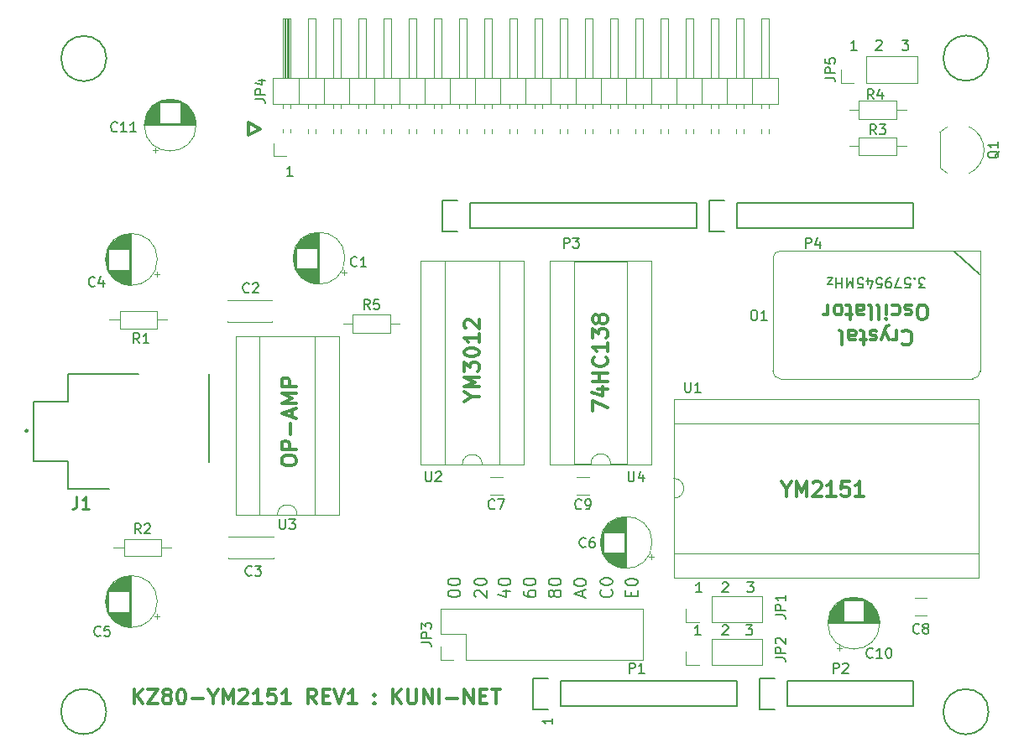
<source format=gto>
G04 #@! TF.GenerationSoftware,KiCad,Pcbnew,(5.0.0-3-g5ebb6b6)*
G04 #@! TF.CreationDate,2019-01-15T21:50:23+09:00*
G04 #@! TF.ProjectId,YM2151,594D323135312E6B696361645F706362,rev?*
G04 #@! TF.SameCoordinates,Original*
G04 #@! TF.FileFunction,Legend,Top*
G04 #@! TF.FilePolarity,Positive*
%FSLAX46Y46*%
G04 Gerber Fmt 4.6, Leading zero omitted, Abs format (unit mm)*
G04 Created by KiCad (PCBNEW (5.0.0-3-g5ebb6b6)) date *
%MOMM*%
%LPD*%
G01*
G04 APERTURE LIST*
%ADD10C,0.150000*%
%ADD11C,0.300000*%
%ADD12C,0.200000*%
%ADD13C,0.120000*%
%ADD14C,0.254000*%
G04 APERTURE END LIST*
D10*
X179842200Y-79154500D02*
X182445700Y-81478600D01*
X176909471Y-82851719D02*
X176290423Y-82851719D01*
X176623757Y-82470766D01*
X176480900Y-82470766D01*
X176385661Y-82423147D01*
X176338042Y-82375528D01*
X176290423Y-82280290D01*
X176290423Y-82042195D01*
X176338042Y-81946957D01*
X176385661Y-81899338D01*
X176480900Y-81851719D01*
X176766614Y-81851719D01*
X176861852Y-81899338D01*
X176909471Y-81946957D01*
X175861852Y-81946957D02*
X175814233Y-81899338D01*
X175861852Y-81851719D01*
X175909471Y-81899338D01*
X175861852Y-81946957D01*
X175861852Y-81851719D01*
X174909471Y-82851719D02*
X175385661Y-82851719D01*
X175433280Y-82375528D01*
X175385661Y-82423147D01*
X175290423Y-82470766D01*
X175052328Y-82470766D01*
X174957090Y-82423147D01*
X174909471Y-82375528D01*
X174861852Y-82280290D01*
X174861852Y-82042195D01*
X174909471Y-81946957D01*
X174957090Y-81899338D01*
X175052328Y-81851719D01*
X175290423Y-81851719D01*
X175385661Y-81899338D01*
X175433280Y-81946957D01*
X174528519Y-82851719D02*
X173861852Y-82851719D01*
X174290423Y-81851719D01*
X173433280Y-81851719D02*
X173242804Y-81851719D01*
X173147566Y-81899338D01*
X173099947Y-81946957D01*
X173004709Y-82089814D01*
X172957090Y-82280290D01*
X172957090Y-82661242D01*
X173004709Y-82756480D01*
X173052328Y-82804100D01*
X173147566Y-82851719D01*
X173338042Y-82851719D01*
X173433280Y-82804100D01*
X173480900Y-82756480D01*
X173528519Y-82661242D01*
X173528519Y-82423147D01*
X173480900Y-82327909D01*
X173433280Y-82280290D01*
X173338042Y-82232671D01*
X173147566Y-82232671D01*
X173052328Y-82280290D01*
X173004709Y-82327909D01*
X172957090Y-82423147D01*
X172052328Y-82851719D02*
X172528519Y-82851719D01*
X172576138Y-82375528D01*
X172528519Y-82423147D01*
X172433280Y-82470766D01*
X172195185Y-82470766D01*
X172099947Y-82423147D01*
X172052328Y-82375528D01*
X172004709Y-82280290D01*
X172004709Y-82042195D01*
X172052328Y-81946957D01*
X172099947Y-81899338D01*
X172195185Y-81851719D01*
X172433280Y-81851719D01*
X172528519Y-81899338D01*
X172576138Y-81946957D01*
X171147566Y-82518385D02*
X171147566Y-81851719D01*
X171385661Y-82899338D02*
X171623757Y-82185052D01*
X171004709Y-82185052D01*
X170147566Y-82851719D02*
X170623757Y-82851719D01*
X170671376Y-82375528D01*
X170623757Y-82423147D01*
X170528519Y-82470766D01*
X170290423Y-82470766D01*
X170195185Y-82423147D01*
X170147566Y-82375528D01*
X170099947Y-82280290D01*
X170099947Y-82042195D01*
X170147566Y-81946957D01*
X170195185Y-81899338D01*
X170290423Y-81851719D01*
X170528519Y-81851719D01*
X170623757Y-81899338D01*
X170671376Y-81946957D01*
X169671376Y-81851719D02*
X169671376Y-82851719D01*
X169338042Y-82137433D01*
X169004709Y-82851719D01*
X169004709Y-81851719D01*
X168528519Y-81851719D02*
X168528519Y-82851719D01*
X168528519Y-82375528D02*
X167957090Y-82375528D01*
X167957090Y-81851719D02*
X167957090Y-82851719D01*
X167576138Y-82518385D02*
X167052328Y-82518385D01*
X167576138Y-81851719D01*
X167052328Y-81851719D01*
X174606666Y-57842380D02*
X175225714Y-57842380D01*
X174892380Y-58223333D01*
X175035238Y-58223333D01*
X175130476Y-58270952D01*
X175178095Y-58318571D01*
X175225714Y-58413809D01*
X175225714Y-58651904D01*
X175178095Y-58747142D01*
X175130476Y-58794761D01*
X175035238Y-58842380D01*
X174749523Y-58842380D01*
X174654285Y-58794761D01*
X174606666Y-58747142D01*
X171987285Y-57937619D02*
X172034904Y-57890000D01*
X172130142Y-57842380D01*
X172368238Y-57842380D01*
X172463476Y-57890000D01*
X172511095Y-57937619D01*
X172558714Y-58032857D01*
X172558714Y-58128095D01*
X172511095Y-58270952D01*
X171939666Y-58842380D01*
X172558714Y-58842380D01*
X170018714Y-58842380D02*
X169447285Y-58842380D01*
X169733000Y-58842380D02*
X169733000Y-57842380D01*
X169637761Y-57985238D01*
X169542523Y-58080476D01*
X169447285Y-58128095D01*
D11*
X97182571Y-124854571D02*
X97182571Y-123354571D01*
X98039714Y-124854571D02*
X97396857Y-123997428D01*
X98039714Y-123354571D02*
X97182571Y-124211714D01*
X98539714Y-123354571D02*
X99539714Y-123354571D01*
X98539714Y-124854571D01*
X99539714Y-124854571D01*
X100325428Y-123997428D02*
X100182571Y-123926000D01*
X100111142Y-123854571D01*
X100039714Y-123711714D01*
X100039714Y-123640285D01*
X100111142Y-123497428D01*
X100182571Y-123426000D01*
X100325428Y-123354571D01*
X100611142Y-123354571D01*
X100754000Y-123426000D01*
X100825428Y-123497428D01*
X100896857Y-123640285D01*
X100896857Y-123711714D01*
X100825428Y-123854571D01*
X100754000Y-123926000D01*
X100611142Y-123997428D01*
X100325428Y-123997428D01*
X100182571Y-124068857D01*
X100111142Y-124140285D01*
X100039714Y-124283142D01*
X100039714Y-124568857D01*
X100111142Y-124711714D01*
X100182571Y-124783142D01*
X100325428Y-124854571D01*
X100611142Y-124854571D01*
X100754000Y-124783142D01*
X100825428Y-124711714D01*
X100896857Y-124568857D01*
X100896857Y-124283142D01*
X100825428Y-124140285D01*
X100754000Y-124068857D01*
X100611142Y-123997428D01*
X101825428Y-123354571D02*
X101968285Y-123354571D01*
X102111142Y-123426000D01*
X102182571Y-123497428D01*
X102254000Y-123640285D01*
X102325428Y-123926000D01*
X102325428Y-124283142D01*
X102254000Y-124568857D01*
X102182571Y-124711714D01*
X102111142Y-124783142D01*
X101968285Y-124854571D01*
X101825428Y-124854571D01*
X101682571Y-124783142D01*
X101611142Y-124711714D01*
X101539714Y-124568857D01*
X101468285Y-124283142D01*
X101468285Y-123926000D01*
X101539714Y-123640285D01*
X101611142Y-123497428D01*
X101682571Y-123426000D01*
X101825428Y-123354571D01*
X102968285Y-124283142D02*
X104111142Y-124283142D01*
X105111142Y-124140285D02*
X105111142Y-124854571D01*
X104611142Y-123354571D02*
X105111142Y-124140285D01*
X105611142Y-123354571D01*
X106111142Y-124854571D02*
X106111142Y-123354571D01*
X106611142Y-124426000D01*
X107111142Y-123354571D01*
X107111142Y-124854571D01*
X107754000Y-123497428D02*
X107825428Y-123426000D01*
X107968285Y-123354571D01*
X108325428Y-123354571D01*
X108468285Y-123426000D01*
X108539714Y-123497428D01*
X108611142Y-123640285D01*
X108611142Y-123783142D01*
X108539714Y-123997428D01*
X107682571Y-124854571D01*
X108611142Y-124854571D01*
X110039714Y-124854571D02*
X109182571Y-124854571D01*
X109611142Y-124854571D02*
X109611142Y-123354571D01*
X109468285Y-123568857D01*
X109325428Y-123711714D01*
X109182571Y-123783142D01*
X111396857Y-123354571D02*
X110682571Y-123354571D01*
X110611142Y-124068857D01*
X110682571Y-123997428D01*
X110825428Y-123926000D01*
X111182571Y-123926000D01*
X111325428Y-123997428D01*
X111396857Y-124068857D01*
X111468285Y-124211714D01*
X111468285Y-124568857D01*
X111396857Y-124711714D01*
X111325428Y-124783142D01*
X111182571Y-124854571D01*
X110825428Y-124854571D01*
X110682571Y-124783142D01*
X110611142Y-124711714D01*
X112896857Y-124854571D02*
X112039714Y-124854571D01*
X112468285Y-124854571D02*
X112468285Y-123354571D01*
X112325428Y-123568857D01*
X112182571Y-123711714D01*
X112039714Y-123783142D01*
X115539714Y-124854571D02*
X115039714Y-124140285D01*
X114682571Y-124854571D02*
X114682571Y-123354571D01*
X115254000Y-123354571D01*
X115396857Y-123426000D01*
X115468285Y-123497428D01*
X115539714Y-123640285D01*
X115539714Y-123854571D01*
X115468285Y-123997428D01*
X115396857Y-124068857D01*
X115254000Y-124140285D01*
X114682571Y-124140285D01*
X116182571Y-124068857D02*
X116682571Y-124068857D01*
X116896857Y-124854571D02*
X116182571Y-124854571D01*
X116182571Y-123354571D01*
X116896857Y-123354571D01*
X117325428Y-123354571D02*
X117825428Y-124854571D01*
X118325428Y-123354571D01*
X119611142Y-124854571D02*
X118754000Y-124854571D01*
X119182571Y-124854571D02*
X119182571Y-123354571D01*
X119039714Y-123568857D01*
X118896857Y-123711714D01*
X118754000Y-123783142D01*
X121396857Y-124711714D02*
X121468285Y-124783142D01*
X121396857Y-124854571D01*
X121325428Y-124783142D01*
X121396857Y-124711714D01*
X121396857Y-124854571D01*
X121396857Y-123926000D02*
X121468285Y-123997428D01*
X121396857Y-124068857D01*
X121325428Y-123997428D01*
X121396857Y-123926000D01*
X121396857Y-124068857D01*
X123254000Y-124854571D02*
X123254000Y-123354571D01*
X124111142Y-124854571D02*
X123468285Y-123997428D01*
X124111142Y-123354571D02*
X123254000Y-124211714D01*
X124754000Y-123354571D02*
X124754000Y-124568857D01*
X124825428Y-124711714D01*
X124896857Y-124783142D01*
X125039714Y-124854571D01*
X125325428Y-124854571D01*
X125468285Y-124783142D01*
X125539714Y-124711714D01*
X125611142Y-124568857D01*
X125611142Y-123354571D01*
X126325428Y-124854571D02*
X126325428Y-123354571D01*
X127182571Y-124854571D01*
X127182571Y-123354571D01*
X127896857Y-124854571D02*
X127896857Y-123354571D01*
X128611142Y-124283142D02*
X129754000Y-124283142D01*
X130468285Y-124854571D02*
X130468285Y-123354571D01*
X131325428Y-124854571D01*
X131325428Y-123354571D01*
X132039714Y-124068857D02*
X132539714Y-124068857D01*
X132754000Y-124854571D02*
X132039714Y-124854571D01*
X132039714Y-123354571D01*
X132754000Y-123354571D01*
X133182571Y-123354571D02*
X134039714Y-123354571D01*
X133611142Y-124854571D02*
X133611142Y-123354571D01*
X109852285Y-66795000D02*
X108709428Y-67437857D01*
X108709428Y-66152142D01*
X109852285Y-66795000D01*
D12*
X113122714Y-71542380D02*
X112551285Y-71542380D01*
X112837000Y-71542380D02*
X112837000Y-70542380D01*
X112741761Y-70685238D01*
X112646523Y-70780476D01*
X112551285Y-70828095D01*
D11*
X174659471Y-87259785D02*
X174730900Y-87188357D01*
X174945185Y-87116928D01*
X175088042Y-87116928D01*
X175302328Y-87188357D01*
X175445185Y-87331214D01*
X175516614Y-87474071D01*
X175588042Y-87759785D01*
X175588042Y-87974071D01*
X175516614Y-88259785D01*
X175445185Y-88402642D01*
X175302328Y-88545500D01*
X175088042Y-88616928D01*
X174945185Y-88616928D01*
X174730900Y-88545500D01*
X174659471Y-88474071D01*
X174016614Y-87116928D02*
X174016614Y-88116928D01*
X174016614Y-87831214D02*
X173945185Y-87974071D01*
X173873757Y-88045500D01*
X173730900Y-88116928D01*
X173588042Y-88116928D01*
X173230900Y-88116928D02*
X172873757Y-87116928D01*
X172516614Y-88116928D02*
X172873757Y-87116928D01*
X173016614Y-86759785D01*
X173088042Y-86688357D01*
X173230900Y-86616928D01*
X172016614Y-87188357D02*
X171873757Y-87116928D01*
X171588042Y-87116928D01*
X171445185Y-87188357D01*
X171373757Y-87331214D01*
X171373757Y-87402642D01*
X171445185Y-87545500D01*
X171588042Y-87616928D01*
X171802328Y-87616928D01*
X171945185Y-87688357D01*
X172016614Y-87831214D01*
X172016614Y-87902642D01*
X171945185Y-88045500D01*
X171802328Y-88116928D01*
X171588042Y-88116928D01*
X171445185Y-88045500D01*
X170945185Y-88116928D02*
X170373757Y-88116928D01*
X170730900Y-88616928D02*
X170730900Y-87331214D01*
X170659471Y-87188357D01*
X170516614Y-87116928D01*
X170373757Y-87116928D01*
X169230900Y-87116928D02*
X169230900Y-87902642D01*
X169302328Y-88045500D01*
X169445185Y-88116928D01*
X169730900Y-88116928D01*
X169873757Y-88045500D01*
X169230900Y-87188357D02*
X169373757Y-87116928D01*
X169730900Y-87116928D01*
X169873757Y-87188357D01*
X169945185Y-87331214D01*
X169945185Y-87474071D01*
X169873757Y-87616928D01*
X169730900Y-87688357D01*
X169373757Y-87688357D01*
X169230900Y-87759785D01*
X168302328Y-87116928D02*
X168445185Y-87188357D01*
X168516614Y-87331214D01*
X168516614Y-88616928D01*
X176766614Y-86066928D02*
X176480900Y-86066928D01*
X176338042Y-85995500D01*
X176195185Y-85852642D01*
X176123757Y-85566928D01*
X176123757Y-85066928D01*
X176195185Y-84781214D01*
X176338042Y-84638357D01*
X176480900Y-84566928D01*
X176766614Y-84566928D01*
X176909471Y-84638357D01*
X177052328Y-84781214D01*
X177123757Y-85066928D01*
X177123757Y-85566928D01*
X177052328Y-85852642D01*
X176909471Y-85995500D01*
X176766614Y-86066928D01*
X175552328Y-84638357D02*
X175409471Y-84566928D01*
X175123757Y-84566928D01*
X174980900Y-84638357D01*
X174909471Y-84781214D01*
X174909471Y-84852642D01*
X174980900Y-84995500D01*
X175123757Y-85066928D01*
X175338042Y-85066928D01*
X175480900Y-85138357D01*
X175552328Y-85281214D01*
X175552328Y-85352642D01*
X175480900Y-85495500D01*
X175338042Y-85566928D01*
X175123757Y-85566928D01*
X174980900Y-85495500D01*
X173623757Y-84638357D02*
X173766614Y-84566928D01*
X174052328Y-84566928D01*
X174195185Y-84638357D01*
X174266614Y-84709785D01*
X174338042Y-84852642D01*
X174338042Y-85281214D01*
X174266614Y-85424071D01*
X174195185Y-85495500D01*
X174052328Y-85566928D01*
X173766614Y-85566928D01*
X173623757Y-85495500D01*
X172980900Y-84566928D02*
X172980900Y-85566928D01*
X172980900Y-86066928D02*
X173052328Y-85995500D01*
X172980900Y-85924071D01*
X172909471Y-85995500D01*
X172980900Y-86066928D01*
X172980900Y-85924071D01*
X172052328Y-84566928D02*
X172195185Y-84638357D01*
X172266614Y-84781214D01*
X172266614Y-86066928D01*
X171266614Y-84566928D02*
X171409471Y-84638357D01*
X171480900Y-84781214D01*
X171480900Y-86066928D01*
X170052328Y-84566928D02*
X170052328Y-85352642D01*
X170123757Y-85495500D01*
X170266614Y-85566928D01*
X170552328Y-85566928D01*
X170695185Y-85495500D01*
X170052328Y-84638357D02*
X170195185Y-84566928D01*
X170552328Y-84566928D01*
X170695185Y-84638357D01*
X170766614Y-84781214D01*
X170766614Y-84924071D01*
X170695185Y-85066928D01*
X170552328Y-85138357D01*
X170195185Y-85138357D01*
X170052328Y-85209785D01*
X169552328Y-85566928D02*
X168980900Y-85566928D01*
X169338042Y-86066928D02*
X169338042Y-84781214D01*
X169266614Y-84638357D01*
X169123757Y-84566928D01*
X168980900Y-84566928D01*
X168266614Y-84566928D02*
X168409471Y-84638357D01*
X168480900Y-84709785D01*
X168552328Y-84852642D01*
X168552328Y-85281214D01*
X168480900Y-85424071D01*
X168409471Y-85495500D01*
X168266614Y-85566928D01*
X168052328Y-85566928D01*
X167909471Y-85495500D01*
X167838042Y-85424071D01*
X167766614Y-85281214D01*
X167766614Y-84852642D01*
X167838042Y-84709785D01*
X167909471Y-84638357D01*
X168052328Y-84566928D01*
X168266614Y-84566928D01*
X167123757Y-84566928D02*
X167123757Y-85566928D01*
X167123757Y-85281214D02*
X167052328Y-85424071D01*
X166980900Y-85495500D01*
X166838042Y-85566928D01*
X166695185Y-85566928D01*
X162970714Y-103185285D02*
X162970714Y-103899571D01*
X162470714Y-102399571D02*
X162970714Y-103185285D01*
X163470714Y-102399571D01*
X163970714Y-103899571D02*
X163970714Y-102399571D01*
X164470714Y-103471000D01*
X164970714Y-102399571D01*
X164970714Y-103899571D01*
X165613571Y-102542428D02*
X165685000Y-102471000D01*
X165827857Y-102399571D01*
X166185000Y-102399571D01*
X166327857Y-102471000D01*
X166399285Y-102542428D01*
X166470714Y-102685285D01*
X166470714Y-102828142D01*
X166399285Y-103042428D01*
X165542142Y-103899571D01*
X166470714Y-103899571D01*
X167899285Y-103899571D02*
X167042142Y-103899571D01*
X167470714Y-103899571D02*
X167470714Y-102399571D01*
X167327857Y-102613857D01*
X167185000Y-102756714D01*
X167042142Y-102828142D01*
X169256428Y-102399571D02*
X168542142Y-102399571D01*
X168470714Y-103113857D01*
X168542142Y-103042428D01*
X168685000Y-102971000D01*
X169042142Y-102971000D01*
X169185000Y-103042428D01*
X169256428Y-103113857D01*
X169327857Y-103256714D01*
X169327857Y-103613857D01*
X169256428Y-103756714D01*
X169185000Y-103828142D01*
X169042142Y-103899571D01*
X168685000Y-103899571D01*
X168542142Y-103828142D01*
X168470714Y-103756714D01*
X170756428Y-103899571D02*
X169899285Y-103899571D01*
X170327857Y-103899571D02*
X170327857Y-102399571D01*
X170185000Y-102613857D01*
X170042142Y-102756714D01*
X169899285Y-102828142D01*
X143384571Y-95286857D02*
X143384571Y-94286857D01*
X144884571Y-94929714D01*
X143884571Y-93072571D02*
X144884571Y-93072571D01*
X143313142Y-93429714D02*
X144384571Y-93786857D01*
X144384571Y-92858285D01*
X144884571Y-92286857D02*
X143384571Y-92286857D01*
X144098857Y-92286857D02*
X144098857Y-91429714D01*
X144884571Y-91429714D02*
X143384571Y-91429714D01*
X144741714Y-89858285D02*
X144813142Y-89929714D01*
X144884571Y-90144000D01*
X144884571Y-90286857D01*
X144813142Y-90501142D01*
X144670285Y-90644000D01*
X144527428Y-90715428D01*
X144241714Y-90786857D01*
X144027428Y-90786857D01*
X143741714Y-90715428D01*
X143598857Y-90644000D01*
X143456000Y-90501142D01*
X143384571Y-90286857D01*
X143384571Y-90144000D01*
X143456000Y-89929714D01*
X143527428Y-89858285D01*
X144884571Y-88429714D02*
X144884571Y-89286857D01*
X144884571Y-88858285D02*
X143384571Y-88858285D01*
X143598857Y-89001142D01*
X143741714Y-89144000D01*
X143813142Y-89286857D01*
X143384571Y-87929714D02*
X143384571Y-87001142D01*
X143956000Y-87501142D01*
X143956000Y-87286857D01*
X144027428Y-87144000D01*
X144098857Y-87072571D01*
X144241714Y-87001142D01*
X144598857Y-87001142D01*
X144741714Y-87072571D01*
X144813142Y-87144000D01*
X144884571Y-87286857D01*
X144884571Y-87715428D01*
X144813142Y-87858285D01*
X144741714Y-87929714D01*
X144027428Y-86144000D02*
X143956000Y-86286857D01*
X143884571Y-86358285D01*
X143741714Y-86429714D01*
X143670285Y-86429714D01*
X143527428Y-86358285D01*
X143456000Y-86286857D01*
X143384571Y-86144000D01*
X143384571Y-85858285D01*
X143456000Y-85715428D01*
X143527428Y-85644000D01*
X143670285Y-85572571D01*
X143741714Y-85572571D01*
X143884571Y-85644000D01*
X143956000Y-85715428D01*
X144027428Y-85858285D01*
X144027428Y-86144000D01*
X144098857Y-86286857D01*
X144170285Y-86358285D01*
X144313142Y-86429714D01*
X144598857Y-86429714D01*
X144741714Y-86358285D01*
X144813142Y-86286857D01*
X144884571Y-86144000D01*
X144884571Y-85858285D01*
X144813142Y-85715428D01*
X144741714Y-85644000D01*
X144598857Y-85572571D01*
X144313142Y-85572571D01*
X144170285Y-85644000D01*
X144098857Y-85715428D01*
X144027428Y-85858285D01*
X131216285Y-93854285D02*
X131930571Y-93854285D01*
X130430571Y-94354285D02*
X131216285Y-93854285D01*
X130430571Y-93354285D01*
X131930571Y-92854285D02*
X130430571Y-92854285D01*
X131502000Y-92354285D01*
X130430571Y-91854285D01*
X131930571Y-91854285D01*
X130430571Y-91282857D02*
X130430571Y-90354285D01*
X131002000Y-90854285D01*
X131002000Y-90640000D01*
X131073428Y-90497142D01*
X131144857Y-90425714D01*
X131287714Y-90354285D01*
X131644857Y-90354285D01*
X131787714Y-90425714D01*
X131859142Y-90497142D01*
X131930571Y-90640000D01*
X131930571Y-91068571D01*
X131859142Y-91211428D01*
X131787714Y-91282857D01*
X130430571Y-89425714D02*
X130430571Y-89282857D01*
X130502000Y-89140000D01*
X130573428Y-89068571D01*
X130716285Y-88997142D01*
X131002000Y-88925714D01*
X131359142Y-88925714D01*
X131644857Y-88997142D01*
X131787714Y-89068571D01*
X131859142Y-89140000D01*
X131930571Y-89282857D01*
X131930571Y-89425714D01*
X131859142Y-89568571D01*
X131787714Y-89640000D01*
X131644857Y-89711428D01*
X131359142Y-89782857D01*
X131002000Y-89782857D01*
X130716285Y-89711428D01*
X130573428Y-89640000D01*
X130502000Y-89568571D01*
X130430571Y-89425714D01*
X131930571Y-87497142D02*
X131930571Y-88354285D01*
X131930571Y-87925714D02*
X130430571Y-87925714D01*
X130644857Y-88068571D01*
X130787714Y-88211428D01*
X130859142Y-88354285D01*
X130573428Y-86925714D02*
X130502000Y-86854285D01*
X130430571Y-86711428D01*
X130430571Y-86354285D01*
X130502000Y-86211428D01*
X130573428Y-86140000D01*
X130716285Y-86068571D01*
X130859142Y-86068571D01*
X131073428Y-86140000D01*
X131930571Y-86997142D01*
X131930571Y-86068571D01*
X112015571Y-100434428D02*
X112015571Y-100148714D01*
X112087000Y-100005857D01*
X112229857Y-99863000D01*
X112515571Y-99791571D01*
X113015571Y-99791571D01*
X113301285Y-99863000D01*
X113444142Y-100005857D01*
X113515571Y-100148714D01*
X113515571Y-100434428D01*
X113444142Y-100577285D01*
X113301285Y-100720142D01*
X113015571Y-100791571D01*
X112515571Y-100791571D01*
X112229857Y-100720142D01*
X112087000Y-100577285D01*
X112015571Y-100434428D01*
X113515571Y-99148714D02*
X112015571Y-99148714D01*
X112015571Y-98577285D01*
X112087000Y-98434428D01*
X112158428Y-98363000D01*
X112301285Y-98291571D01*
X112515571Y-98291571D01*
X112658428Y-98363000D01*
X112729857Y-98434428D01*
X112801285Y-98577285D01*
X112801285Y-99148714D01*
X112944142Y-97648714D02*
X112944142Y-96505857D01*
X113087000Y-95863000D02*
X113087000Y-95148714D01*
X113515571Y-96005857D02*
X112015571Y-95505857D01*
X113515571Y-95005857D01*
X113515571Y-94505857D02*
X112015571Y-94505857D01*
X113087000Y-94005857D01*
X112015571Y-93505857D01*
X113515571Y-93505857D01*
X113515571Y-92791571D02*
X112015571Y-92791571D01*
X112015571Y-92220142D01*
X112087000Y-92077285D01*
X112158428Y-92005857D01*
X112301285Y-91934428D01*
X112515571Y-91934428D01*
X112658428Y-92005857D01*
X112729857Y-92077285D01*
X112801285Y-92220142D01*
X112801285Y-92791571D01*
D12*
X147291714Y-113990095D02*
X147291714Y-113573428D01*
X147946476Y-113394857D02*
X147946476Y-113990095D01*
X146696476Y-113990095D01*
X146696476Y-113394857D01*
X146696476Y-112621047D02*
X146696476Y-112502000D01*
X146756000Y-112382952D01*
X146815523Y-112323428D01*
X146934571Y-112263904D01*
X147172666Y-112204380D01*
X147470285Y-112204380D01*
X147708380Y-112263904D01*
X147827428Y-112323428D01*
X147886952Y-112382952D01*
X147946476Y-112502000D01*
X147946476Y-112621047D01*
X147886952Y-112740095D01*
X147827428Y-112799619D01*
X147708380Y-112859142D01*
X147470285Y-112918666D01*
X147172666Y-112918666D01*
X146934571Y-112859142D01*
X146815523Y-112799619D01*
X146756000Y-112740095D01*
X146696476Y-112621047D01*
X145287428Y-113335333D02*
X145346952Y-113394857D01*
X145406476Y-113573428D01*
X145406476Y-113692476D01*
X145346952Y-113871047D01*
X145227904Y-113990095D01*
X145108857Y-114049619D01*
X144870761Y-114109142D01*
X144692190Y-114109142D01*
X144454095Y-114049619D01*
X144335047Y-113990095D01*
X144216000Y-113871047D01*
X144156476Y-113692476D01*
X144156476Y-113573428D01*
X144216000Y-113394857D01*
X144275523Y-113335333D01*
X144156476Y-112561523D02*
X144156476Y-112442476D01*
X144216000Y-112323428D01*
X144275523Y-112263904D01*
X144394571Y-112204380D01*
X144632666Y-112144857D01*
X144930285Y-112144857D01*
X145168380Y-112204380D01*
X145287428Y-112263904D01*
X145346952Y-112323428D01*
X145406476Y-112442476D01*
X145406476Y-112561523D01*
X145346952Y-112680571D01*
X145287428Y-112740095D01*
X145168380Y-112799619D01*
X144930285Y-112859142D01*
X144632666Y-112859142D01*
X144394571Y-112799619D01*
X144275523Y-112740095D01*
X144216000Y-112680571D01*
X144156476Y-112561523D01*
X142382333Y-114019857D02*
X142382333Y-113424619D01*
X142739476Y-114138904D02*
X141489476Y-113722238D01*
X142739476Y-113305571D01*
X141489476Y-112650809D02*
X141489476Y-112531761D01*
X141549000Y-112412714D01*
X141608523Y-112353190D01*
X141727571Y-112293666D01*
X141965666Y-112234142D01*
X142263285Y-112234142D01*
X142501380Y-112293666D01*
X142620428Y-112353190D01*
X142679952Y-112412714D01*
X142739476Y-112531761D01*
X142739476Y-112650809D01*
X142679952Y-112769857D01*
X142620428Y-112829380D01*
X142501380Y-112888904D01*
X142263285Y-112948428D01*
X141965666Y-112948428D01*
X141727571Y-112888904D01*
X141608523Y-112829380D01*
X141549000Y-112769857D01*
X141489476Y-112650809D01*
X139485190Y-113841285D02*
X139425666Y-113960333D01*
X139366142Y-114019857D01*
X139247095Y-114079380D01*
X139187571Y-114079380D01*
X139068523Y-114019857D01*
X139009000Y-113960333D01*
X138949476Y-113841285D01*
X138949476Y-113603190D01*
X139009000Y-113484142D01*
X139068523Y-113424619D01*
X139187571Y-113365095D01*
X139247095Y-113365095D01*
X139366142Y-113424619D01*
X139425666Y-113484142D01*
X139485190Y-113603190D01*
X139485190Y-113841285D01*
X139544714Y-113960333D01*
X139604238Y-114019857D01*
X139723285Y-114079380D01*
X139961380Y-114079380D01*
X140080428Y-114019857D01*
X140139952Y-113960333D01*
X140199476Y-113841285D01*
X140199476Y-113603190D01*
X140139952Y-113484142D01*
X140080428Y-113424619D01*
X139961380Y-113365095D01*
X139723285Y-113365095D01*
X139604238Y-113424619D01*
X139544714Y-113484142D01*
X139485190Y-113603190D01*
X138949476Y-112591285D02*
X138949476Y-112472238D01*
X139009000Y-112353190D01*
X139068523Y-112293666D01*
X139187571Y-112234142D01*
X139425666Y-112174619D01*
X139723285Y-112174619D01*
X139961380Y-112234142D01*
X140080428Y-112293666D01*
X140139952Y-112353190D01*
X140199476Y-112472238D01*
X140199476Y-112591285D01*
X140139952Y-112710333D01*
X140080428Y-112769857D01*
X139961380Y-112829380D01*
X139723285Y-112888904D01*
X139425666Y-112888904D01*
X139187571Y-112829380D01*
X139068523Y-112769857D01*
X139009000Y-112710333D01*
X138949476Y-112591285D01*
X136409476Y-113484142D02*
X136409476Y-113722238D01*
X136469000Y-113841285D01*
X136528523Y-113900809D01*
X136707095Y-114019857D01*
X136945190Y-114079380D01*
X137421380Y-114079380D01*
X137540428Y-114019857D01*
X137599952Y-113960333D01*
X137659476Y-113841285D01*
X137659476Y-113603190D01*
X137599952Y-113484142D01*
X137540428Y-113424619D01*
X137421380Y-113365095D01*
X137123761Y-113365095D01*
X137004714Y-113424619D01*
X136945190Y-113484142D01*
X136885666Y-113603190D01*
X136885666Y-113841285D01*
X136945190Y-113960333D01*
X137004714Y-114019857D01*
X137123761Y-114079380D01*
X136409476Y-112591285D02*
X136409476Y-112472238D01*
X136469000Y-112353190D01*
X136528523Y-112293666D01*
X136647571Y-112234142D01*
X136885666Y-112174619D01*
X137183285Y-112174619D01*
X137421380Y-112234142D01*
X137540428Y-112293666D01*
X137599952Y-112353190D01*
X137659476Y-112472238D01*
X137659476Y-112591285D01*
X137599952Y-112710333D01*
X137540428Y-112769857D01*
X137421380Y-112829380D01*
X137183285Y-112888904D01*
X136885666Y-112888904D01*
X136647571Y-112829380D01*
X136528523Y-112769857D01*
X136469000Y-112710333D01*
X136409476Y-112591285D01*
X134286142Y-113484142D02*
X135119476Y-113484142D01*
X133809952Y-113781761D02*
X134702809Y-114079380D01*
X134702809Y-113305571D01*
X133869476Y-112591285D02*
X133869476Y-112472238D01*
X133929000Y-112353190D01*
X133988523Y-112293666D01*
X134107571Y-112234142D01*
X134345666Y-112174619D01*
X134643285Y-112174619D01*
X134881380Y-112234142D01*
X135000428Y-112293666D01*
X135059952Y-112353190D01*
X135119476Y-112472238D01*
X135119476Y-112591285D01*
X135059952Y-112710333D01*
X135000428Y-112769857D01*
X134881380Y-112829380D01*
X134643285Y-112888904D01*
X134345666Y-112888904D01*
X134107571Y-112829380D01*
X133988523Y-112769857D01*
X133929000Y-112710333D01*
X133869476Y-112591285D01*
X131575523Y-114079380D02*
X131516000Y-114019857D01*
X131456476Y-113900809D01*
X131456476Y-113603190D01*
X131516000Y-113484142D01*
X131575523Y-113424619D01*
X131694571Y-113365095D01*
X131813619Y-113365095D01*
X131992190Y-113424619D01*
X132706476Y-114138904D01*
X132706476Y-113365095D01*
X131456476Y-112591285D02*
X131456476Y-112472238D01*
X131516000Y-112353190D01*
X131575523Y-112293666D01*
X131694571Y-112234142D01*
X131932666Y-112174619D01*
X132230285Y-112174619D01*
X132468380Y-112234142D01*
X132587428Y-112293666D01*
X132646952Y-112353190D01*
X132706476Y-112472238D01*
X132706476Y-112591285D01*
X132646952Y-112710333D01*
X132587428Y-112769857D01*
X132468380Y-112829380D01*
X132230285Y-112888904D01*
X131932666Y-112888904D01*
X131694571Y-112829380D01*
X131575523Y-112769857D01*
X131516000Y-112710333D01*
X131456476Y-112591285D01*
X128789476Y-113781761D02*
X128789476Y-113662714D01*
X128849000Y-113543666D01*
X128908523Y-113484142D01*
X129027571Y-113424619D01*
X129265666Y-113365095D01*
X129563285Y-113365095D01*
X129801380Y-113424619D01*
X129920428Y-113484142D01*
X129979952Y-113543666D01*
X130039476Y-113662714D01*
X130039476Y-113781761D01*
X129979952Y-113900809D01*
X129920428Y-113960333D01*
X129801380Y-114019857D01*
X129563285Y-114079380D01*
X129265666Y-114079380D01*
X129027571Y-114019857D01*
X128908523Y-113960333D01*
X128849000Y-113900809D01*
X128789476Y-113781761D01*
X128789476Y-112591285D02*
X128789476Y-112472238D01*
X128849000Y-112353190D01*
X128908523Y-112293666D01*
X129027571Y-112234142D01*
X129265666Y-112174619D01*
X129563285Y-112174619D01*
X129801380Y-112234142D01*
X129920428Y-112293666D01*
X129979952Y-112353190D01*
X130039476Y-112472238D01*
X130039476Y-112591285D01*
X129979952Y-112710333D01*
X129920428Y-112769857D01*
X129801380Y-112829380D01*
X129563285Y-112888904D01*
X129265666Y-112888904D01*
X129027571Y-112829380D01*
X128908523Y-112769857D01*
X128849000Y-112710333D01*
X128789476Y-112591285D01*
D10*
X158858666Y-116897380D02*
X159477714Y-116897380D01*
X159144380Y-117278333D01*
X159287238Y-117278333D01*
X159382476Y-117325952D01*
X159430095Y-117373571D01*
X159477714Y-117468809D01*
X159477714Y-117706904D01*
X159430095Y-117802142D01*
X159382476Y-117849761D01*
X159287238Y-117897380D01*
X159001523Y-117897380D01*
X158906285Y-117849761D01*
X158858666Y-117802142D01*
X156493285Y-116992619D02*
X156540904Y-116945000D01*
X156636142Y-116897380D01*
X156874238Y-116897380D01*
X156969476Y-116945000D01*
X157017095Y-116992619D01*
X157064714Y-117087857D01*
X157064714Y-117183095D01*
X157017095Y-117325952D01*
X156445666Y-117897380D01*
X157064714Y-117897380D01*
X154270714Y-117897380D02*
X153699285Y-117897380D01*
X153985000Y-117897380D02*
X153985000Y-116897380D01*
X153889761Y-117040238D01*
X153794523Y-117135476D01*
X153699285Y-117183095D01*
X158985666Y-112579380D02*
X159604714Y-112579380D01*
X159271380Y-112960333D01*
X159414238Y-112960333D01*
X159509476Y-113007952D01*
X159557095Y-113055571D01*
X159604714Y-113150809D01*
X159604714Y-113388904D01*
X159557095Y-113484142D01*
X159509476Y-113531761D01*
X159414238Y-113579380D01*
X159128523Y-113579380D01*
X159033285Y-113531761D01*
X158985666Y-113484142D01*
X156493285Y-112674619D02*
X156540904Y-112627000D01*
X156636142Y-112579380D01*
X156874238Y-112579380D01*
X156969476Y-112627000D01*
X157017095Y-112674619D01*
X157064714Y-112769857D01*
X157064714Y-112865095D01*
X157017095Y-113007952D01*
X156445666Y-113579380D01*
X157064714Y-113579380D01*
X154397714Y-113579380D02*
X153826285Y-113579380D01*
X154112000Y-113579380D02*
X154112000Y-112579380D01*
X154016761Y-112722238D01*
X153921523Y-112817476D01*
X153826285Y-112865095D01*
X139324380Y-126303285D02*
X139324380Y-126874714D01*
X139324380Y-126589000D02*
X138324380Y-126589000D01*
X138467238Y-126684238D01*
X138562476Y-126779476D01*
X138610095Y-126874714D01*
D13*
G04 #@! TO.C,C1*
X118398000Y-79853000D02*
G75*
G03X118398000Y-79853000I-2620000J0D01*
G01*
X115778000Y-82433000D02*
X115778000Y-77273000D01*
X115738000Y-82433000D02*
X115738000Y-77273000D01*
X115698000Y-82432000D02*
X115698000Y-77274000D01*
X115658000Y-82431000D02*
X115658000Y-77275000D01*
X115618000Y-82429000D02*
X115618000Y-77277000D01*
X115578000Y-82426000D02*
X115578000Y-77280000D01*
X115538000Y-82422000D02*
X115538000Y-80893000D01*
X115538000Y-78813000D02*
X115538000Y-77284000D01*
X115498000Y-82418000D02*
X115498000Y-80893000D01*
X115498000Y-78813000D02*
X115498000Y-77288000D01*
X115458000Y-82414000D02*
X115458000Y-80893000D01*
X115458000Y-78813000D02*
X115458000Y-77292000D01*
X115418000Y-82409000D02*
X115418000Y-80893000D01*
X115418000Y-78813000D02*
X115418000Y-77297000D01*
X115378000Y-82403000D02*
X115378000Y-80893000D01*
X115378000Y-78813000D02*
X115378000Y-77303000D01*
X115338000Y-82396000D02*
X115338000Y-80893000D01*
X115338000Y-78813000D02*
X115338000Y-77310000D01*
X115298000Y-82389000D02*
X115298000Y-80893000D01*
X115298000Y-78813000D02*
X115298000Y-77317000D01*
X115258000Y-82381000D02*
X115258000Y-80893000D01*
X115258000Y-78813000D02*
X115258000Y-77325000D01*
X115218000Y-82373000D02*
X115218000Y-80893000D01*
X115218000Y-78813000D02*
X115218000Y-77333000D01*
X115178000Y-82364000D02*
X115178000Y-80893000D01*
X115178000Y-78813000D02*
X115178000Y-77342000D01*
X115138000Y-82354000D02*
X115138000Y-80893000D01*
X115138000Y-78813000D02*
X115138000Y-77352000D01*
X115098000Y-82344000D02*
X115098000Y-80893000D01*
X115098000Y-78813000D02*
X115098000Y-77362000D01*
X115057000Y-82333000D02*
X115057000Y-80893000D01*
X115057000Y-78813000D02*
X115057000Y-77373000D01*
X115017000Y-82321000D02*
X115017000Y-80893000D01*
X115017000Y-78813000D02*
X115017000Y-77385000D01*
X114977000Y-82308000D02*
X114977000Y-80893000D01*
X114977000Y-78813000D02*
X114977000Y-77398000D01*
X114937000Y-82295000D02*
X114937000Y-80893000D01*
X114937000Y-78813000D02*
X114937000Y-77411000D01*
X114897000Y-82281000D02*
X114897000Y-80893000D01*
X114897000Y-78813000D02*
X114897000Y-77425000D01*
X114857000Y-82267000D02*
X114857000Y-80893000D01*
X114857000Y-78813000D02*
X114857000Y-77439000D01*
X114817000Y-82251000D02*
X114817000Y-80893000D01*
X114817000Y-78813000D02*
X114817000Y-77455000D01*
X114777000Y-82235000D02*
X114777000Y-80893000D01*
X114777000Y-78813000D02*
X114777000Y-77471000D01*
X114737000Y-82218000D02*
X114737000Y-80893000D01*
X114737000Y-78813000D02*
X114737000Y-77488000D01*
X114697000Y-82201000D02*
X114697000Y-80893000D01*
X114697000Y-78813000D02*
X114697000Y-77505000D01*
X114657000Y-82182000D02*
X114657000Y-80893000D01*
X114657000Y-78813000D02*
X114657000Y-77524000D01*
X114617000Y-82163000D02*
X114617000Y-80893000D01*
X114617000Y-78813000D02*
X114617000Y-77543000D01*
X114577000Y-82143000D02*
X114577000Y-80893000D01*
X114577000Y-78813000D02*
X114577000Y-77563000D01*
X114537000Y-82121000D02*
X114537000Y-80893000D01*
X114537000Y-78813000D02*
X114537000Y-77585000D01*
X114497000Y-82100000D02*
X114497000Y-80893000D01*
X114497000Y-78813000D02*
X114497000Y-77606000D01*
X114457000Y-82077000D02*
X114457000Y-80893000D01*
X114457000Y-78813000D02*
X114457000Y-77629000D01*
X114417000Y-82053000D02*
X114417000Y-80893000D01*
X114417000Y-78813000D02*
X114417000Y-77653000D01*
X114377000Y-82028000D02*
X114377000Y-80893000D01*
X114377000Y-78813000D02*
X114377000Y-77678000D01*
X114337000Y-82002000D02*
X114337000Y-80893000D01*
X114337000Y-78813000D02*
X114337000Y-77704000D01*
X114297000Y-81975000D02*
X114297000Y-80893000D01*
X114297000Y-78813000D02*
X114297000Y-77731000D01*
X114257000Y-81948000D02*
X114257000Y-80893000D01*
X114257000Y-78813000D02*
X114257000Y-77758000D01*
X114217000Y-81918000D02*
X114217000Y-80893000D01*
X114217000Y-78813000D02*
X114217000Y-77788000D01*
X114177000Y-81888000D02*
X114177000Y-80893000D01*
X114177000Y-78813000D02*
X114177000Y-77818000D01*
X114137000Y-81857000D02*
X114137000Y-80893000D01*
X114137000Y-78813000D02*
X114137000Y-77849000D01*
X114097000Y-81824000D02*
X114097000Y-80893000D01*
X114097000Y-78813000D02*
X114097000Y-77882000D01*
X114057000Y-81790000D02*
X114057000Y-80893000D01*
X114057000Y-78813000D02*
X114057000Y-77916000D01*
X114017000Y-81754000D02*
X114017000Y-80893000D01*
X114017000Y-78813000D02*
X114017000Y-77952000D01*
X113977000Y-81717000D02*
X113977000Y-80893000D01*
X113977000Y-78813000D02*
X113977000Y-77989000D01*
X113937000Y-81679000D02*
X113937000Y-80893000D01*
X113937000Y-78813000D02*
X113937000Y-78027000D01*
X113897000Y-81638000D02*
X113897000Y-80893000D01*
X113897000Y-78813000D02*
X113897000Y-78068000D01*
X113857000Y-81596000D02*
X113857000Y-80893000D01*
X113857000Y-78813000D02*
X113857000Y-78110000D01*
X113817000Y-81552000D02*
X113817000Y-80893000D01*
X113817000Y-78813000D02*
X113817000Y-78154000D01*
X113777000Y-81506000D02*
X113777000Y-80893000D01*
X113777000Y-78813000D02*
X113777000Y-78200000D01*
X113737000Y-81458000D02*
X113737000Y-80893000D01*
X113737000Y-78813000D02*
X113737000Y-78248000D01*
X113697000Y-81407000D02*
X113697000Y-80893000D01*
X113697000Y-78813000D02*
X113697000Y-78299000D01*
X113657000Y-81353000D02*
X113657000Y-80893000D01*
X113657000Y-78813000D02*
X113657000Y-78353000D01*
X113617000Y-81296000D02*
X113617000Y-80893000D01*
X113617000Y-78813000D02*
X113617000Y-78410000D01*
X113577000Y-81236000D02*
X113577000Y-80893000D01*
X113577000Y-78813000D02*
X113577000Y-78470000D01*
X113537000Y-81172000D02*
X113537000Y-80893000D01*
X113537000Y-78813000D02*
X113537000Y-78534000D01*
X113497000Y-81104000D02*
X113497000Y-80893000D01*
X113497000Y-78813000D02*
X113497000Y-78602000D01*
X113457000Y-81031000D02*
X113457000Y-78675000D01*
X113417000Y-80951000D02*
X113417000Y-78755000D01*
X113377000Y-80864000D02*
X113377000Y-78842000D01*
X113337000Y-80768000D02*
X113337000Y-78938000D01*
X113297000Y-80658000D02*
X113297000Y-79048000D01*
X113257000Y-80530000D02*
X113257000Y-79176000D01*
X113217000Y-80371000D02*
X113217000Y-79335000D01*
X113177000Y-80137000D02*
X113177000Y-79569000D01*
X118582775Y-81328000D02*
X118082775Y-81328000D01*
X118332775Y-81578000D02*
X118332775Y-81078000D01*
G04 #@! TO.C,C4*
X99409775Y-81705000D02*
X99409775Y-81205000D01*
X99659775Y-81455000D02*
X99159775Y-81455000D01*
X94254000Y-80264000D02*
X94254000Y-79696000D01*
X94294000Y-80498000D02*
X94294000Y-79462000D01*
X94334000Y-80657000D02*
X94334000Y-79303000D01*
X94374000Y-80785000D02*
X94374000Y-79175000D01*
X94414000Y-80895000D02*
X94414000Y-79065000D01*
X94454000Y-80991000D02*
X94454000Y-78969000D01*
X94494000Y-81078000D02*
X94494000Y-78882000D01*
X94534000Y-81158000D02*
X94534000Y-78802000D01*
X94574000Y-78940000D02*
X94574000Y-78729000D01*
X94574000Y-81231000D02*
X94574000Y-81020000D01*
X94614000Y-78940000D02*
X94614000Y-78661000D01*
X94614000Y-81299000D02*
X94614000Y-81020000D01*
X94654000Y-78940000D02*
X94654000Y-78597000D01*
X94654000Y-81363000D02*
X94654000Y-81020000D01*
X94694000Y-78940000D02*
X94694000Y-78537000D01*
X94694000Y-81423000D02*
X94694000Y-81020000D01*
X94734000Y-78940000D02*
X94734000Y-78480000D01*
X94734000Y-81480000D02*
X94734000Y-81020000D01*
X94774000Y-78940000D02*
X94774000Y-78426000D01*
X94774000Y-81534000D02*
X94774000Y-81020000D01*
X94814000Y-78940000D02*
X94814000Y-78375000D01*
X94814000Y-81585000D02*
X94814000Y-81020000D01*
X94854000Y-78940000D02*
X94854000Y-78327000D01*
X94854000Y-81633000D02*
X94854000Y-81020000D01*
X94894000Y-78940000D02*
X94894000Y-78281000D01*
X94894000Y-81679000D02*
X94894000Y-81020000D01*
X94934000Y-78940000D02*
X94934000Y-78237000D01*
X94934000Y-81723000D02*
X94934000Y-81020000D01*
X94974000Y-78940000D02*
X94974000Y-78195000D01*
X94974000Y-81765000D02*
X94974000Y-81020000D01*
X95014000Y-78940000D02*
X95014000Y-78154000D01*
X95014000Y-81806000D02*
X95014000Y-81020000D01*
X95054000Y-78940000D02*
X95054000Y-78116000D01*
X95054000Y-81844000D02*
X95054000Y-81020000D01*
X95094000Y-78940000D02*
X95094000Y-78079000D01*
X95094000Y-81881000D02*
X95094000Y-81020000D01*
X95134000Y-78940000D02*
X95134000Y-78043000D01*
X95134000Y-81917000D02*
X95134000Y-81020000D01*
X95174000Y-78940000D02*
X95174000Y-78009000D01*
X95174000Y-81951000D02*
X95174000Y-81020000D01*
X95214000Y-78940000D02*
X95214000Y-77976000D01*
X95214000Y-81984000D02*
X95214000Y-81020000D01*
X95254000Y-78940000D02*
X95254000Y-77945000D01*
X95254000Y-82015000D02*
X95254000Y-81020000D01*
X95294000Y-78940000D02*
X95294000Y-77915000D01*
X95294000Y-82045000D02*
X95294000Y-81020000D01*
X95334000Y-78940000D02*
X95334000Y-77885000D01*
X95334000Y-82075000D02*
X95334000Y-81020000D01*
X95374000Y-78940000D02*
X95374000Y-77858000D01*
X95374000Y-82102000D02*
X95374000Y-81020000D01*
X95414000Y-78940000D02*
X95414000Y-77831000D01*
X95414000Y-82129000D02*
X95414000Y-81020000D01*
X95454000Y-78940000D02*
X95454000Y-77805000D01*
X95454000Y-82155000D02*
X95454000Y-81020000D01*
X95494000Y-78940000D02*
X95494000Y-77780000D01*
X95494000Y-82180000D02*
X95494000Y-81020000D01*
X95534000Y-78940000D02*
X95534000Y-77756000D01*
X95534000Y-82204000D02*
X95534000Y-81020000D01*
X95574000Y-78940000D02*
X95574000Y-77733000D01*
X95574000Y-82227000D02*
X95574000Y-81020000D01*
X95614000Y-78940000D02*
X95614000Y-77712000D01*
X95614000Y-82248000D02*
X95614000Y-81020000D01*
X95654000Y-78940000D02*
X95654000Y-77690000D01*
X95654000Y-82270000D02*
X95654000Y-81020000D01*
X95694000Y-78940000D02*
X95694000Y-77670000D01*
X95694000Y-82290000D02*
X95694000Y-81020000D01*
X95734000Y-78940000D02*
X95734000Y-77651000D01*
X95734000Y-82309000D02*
X95734000Y-81020000D01*
X95774000Y-78940000D02*
X95774000Y-77632000D01*
X95774000Y-82328000D02*
X95774000Y-81020000D01*
X95814000Y-78940000D02*
X95814000Y-77615000D01*
X95814000Y-82345000D02*
X95814000Y-81020000D01*
X95854000Y-78940000D02*
X95854000Y-77598000D01*
X95854000Y-82362000D02*
X95854000Y-81020000D01*
X95894000Y-78940000D02*
X95894000Y-77582000D01*
X95894000Y-82378000D02*
X95894000Y-81020000D01*
X95934000Y-78940000D02*
X95934000Y-77566000D01*
X95934000Y-82394000D02*
X95934000Y-81020000D01*
X95974000Y-78940000D02*
X95974000Y-77552000D01*
X95974000Y-82408000D02*
X95974000Y-81020000D01*
X96014000Y-78940000D02*
X96014000Y-77538000D01*
X96014000Y-82422000D02*
X96014000Y-81020000D01*
X96054000Y-78940000D02*
X96054000Y-77525000D01*
X96054000Y-82435000D02*
X96054000Y-81020000D01*
X96094000Y-78940000D02*
X96094000Y-77512000D01*
X96094000Y-82448000D02*
X96094000Y-81020000D01*
X96134000Y-78940000D02*
X96134000Y-77500000D01*
X96134000Y-82460000D02*
X96134000Y-81020000D01*
X96175000Y-78940000D02*
X96175000Y-77489000D01*
X96175000Y-82471000D02*
X96175000Y-81020000D01*
X96215000Y-78940000D02*
X96215000Y-77479000D01*
X96215000Y-82481000D02*
X96215000Y-81020000D01*
X96255000Y-78940000D02*
X96255000Y-77469000D01*
X96255000Y-82491000D02*
X96255000Y-81020000D01*
X96295000Y-78940000D02*
X96295000Y-77460000D01*
X96295000Y-82500000D02*
X96295000Y-81020000D01*
X96335000Y-78940000D02*
X96335000Y-77452000D01*
X96335000Y-82508000D02*
X96335000Y-81020000D01*
X96375000Y-78940000D02*
X96375000Y-77444000D01*
X96375000Y-82516000D02*
X96375000Y-81020000D01*
X96415000Y-78940000D02*
X96415000Y-77437000D01*
X96415000Y-82523000D02*
X96415000Y-81020000D01*
X96455000Y-78940000D02*
X96455000Y-77430000D01*
X96455000Y-82530000D02*
X96455000Y-81020000D01*
X96495000Y-78940000D02*
X96495000Y-77424000D01*
X96495000Y-82536000D02*
X96495000Y-81020000D01*
X96535000Y-78940000D02*
X96535000Y-77419000D01*
X96535000Y-82541000D02*
X96535000Y-81020000D01*
X96575000Y-78940000D02*
X96575000Y-77415000D01*
X96575000Y-82545000D02*
X96575000Y-81020000D01*
X96615000Y-78940000D02*
X96615000Y-77411000D01*
X96615000Y-82549000D02*
X96615000Y-81020000D01*
X96655000Y-82553000D02*
X96655000Y-77407000D01*
X96695000Y-82556000D02*
X96695000Y-77404000D01*
X96735000Y-82558000D02*
X96735000Y-77402000D01*
X96775000Y-82559000D02*
X96775000Y-77401000D01*
X96815000Y-82560000D02*
X96815000Y-77400000D01*
X96855000Y-82560000D02*
X96855000Y-77400000D01*
X99475000Y-79980000D02*
G75*
G03X99475000Y-79980000I-2620000J0D01*
G01*
G04 #@! TO.C,C5*
X99475000Y-114524000D02*
G75*
G03X99475000Y-114524000I-2620000J0D01*
G01*
X96855000Y-117104000D02*
X96855000Y-111944000D01*
X96815000Y-117104000D02*
X96815000Y-111944000D01*
X96775000Y-117103000D02*
X96775000Y-111945000D01*
X96735000Y-117102000D02*
X96735000Y-111946000D01*
X96695000Y-117100000D02*
X96695000Y-111948000D01*
X96655000Y-117097000D02*
X96655000Y-111951000D01*
X96615000Y-117093000D02*
X96615000Y-115564000D01*
X96615000Y-113484000D02*
X96615000Y-111955000D01*
X96575000Y-117089000D02*
X96575000Y-115564000D01*
X96575000Y-113484000D02*
X96575000Y-111959000D01*
X96535000Y-117085000D02*
X96535000Y-115564000D01*
X96535000Y-113484000D02*
X96535000Y-111963000D01*
X96495000Y-117080000D02*
X96495000Y-115564000D01*
X96495000Y-113484000D02*
X96495000Y-111968000D01*
X96455000Y-117074000D02*
X96455000Y-115564000D01*
X96455000Y-113484000D02*
X96455000Y-111974000D01*
X96415000Y-117067000D02*
X96415000Y-115564000D01*
X96415000Y-113484000D02*
X96415000Y-111981000D01*
X96375000Y-117060000D02*
X96375000Y-115564000D01*
X96375000Y-113484000D02*
X96375000Y-111988000D01*
X96335000Y-117052000D02*
X96335000Y-115564000D01*
X96335000Y-113484000D02*
X96335000Y-111996000D01*
X96295000Y-117044000D02*
X96295000Y-115564000D01*
X96295000Y-113484000D02*
X96295000Y-112004000D01*
X96255000Y-117035000D02*
X96255000Y-115564000D01*
X96255000Y-113484000D02*
X96255000Y-112013000D01*
X96215000Y-117025000D02*
X96215000Y-115564000D01*
X96215000Y-113484000D02*
X96215000Y-112023000D01*
X96175000Y-117015000D02*
X96175000Y-115564000D01*
X96175000Y-113484000D02*
X96175000Y-112033000D01*
X96134000Y-117004000D02*
X96134000Y-115564000D01*
X96134000Y-113484000D02*
X96134000Y-112044000D01*
X96094000Y-116992000D02*
X96094000Y-115564000D01*
X96094000Y-113484000D02*
X96094000Y-112056000D01*
X96054000Y-116979000D02*
X96054000Y-115564000D01*
X96054000Y-113484000D02*
X96054000Y-112069000D01*
X96014000Y-116966000D02*
X96014000Y-115564000D01*
X96014000Y-113484000D02*
X96014000Y-112082000D01*
X95974000Y-116952000D02*
X95974000Y-115564000D01*
X95974000Y-113484000D02*
X95974000Y-112096000D01*
X95934000Y-116938000D02*
X95934000Y-115564000D01*
X95934000Y-113484000D02*
X95934000Y-112110000D01*
X95894000Y-116922000D02*
X95894000Y-115564000D01*
X95894000Y-113484000D02*
X95894000Y-112126000D01*
X95854000Y-116906000D02*
X95854000Y-115564000D01*
X95854000Y-113484000D02*
X95854000Y-112142000D01*
X95814000Y-116889000D02*
X95814000Y-115564000D01*
X95814000Y-113484000D02*
X95814000Y-112159000D01*
X95774000Y-116872000D02*
X95774000Y-115564000D01*
X95774000Y-113484000D02*
X95774000Y-112176000D01*
X95734000Y-116853000D02*
X95734000Y-115564000D01*
X95734000Y-113484000D02*
X95734000Y-112195000D01*
X95694000Y-116834000D02*
X95694000Y-115564000D01*
X95694000Y-113484000D02*
X95694000Y-112214000D01*
X95654000Y-116814000D02*
X95654000Y-115564000D01*
X95654000Y-113484000D02*
X95654000Y-112234000D01*
X95614000Y-116792000D02*
X95614000Y-115564000D01*
X95614000Y-113484000D02*
X95614000Y-112256000D01*
X95574000Y-116771000D02*
X95574000Y-115564000D01*
X95574000Y-113484000D02*
X95574000Y-112277000D01*
X95534000Y-116748000D02*
X95534000Y-115564000D01*
X95534000Y-113484000D02*
X95534000Y-112300000D01*
X95494000Y-116724000D02*
X95494000Y-115564000D01*
X95494000Y-113484000D02*
X95494000Y-112324000D01*
X95454000Y-116699000D02*
X95454000Y-115564000D01*
X95454000Y-113484000D02*
X95454000Y-112349000D01*
X95414000Y-116673000D02*
X95414000Y-115564000D01*
X95414000Y-113484000D02*
X95414000Y-112375000D01*
X95374000Y-116646000D02*
X95374000Y-115564000D01*
X95374000Y-113484000D02*
X95374000Y-112402000D01*
X95334000Y-116619000D02*
X95334000Y-115564000D01*
X95334000Y-113484000D02*
X95334000Y-112429000D01*
X95294000Y-116589000D02*
X95294000Y-115564000D01*
X95294000Y-113484000D02*
X95294000Y-112459000D01*
X95254000Y-116559000D02*
X95254000Y-115564000D01*
X95254000Y-113484000D02*
X95254000Y-112489000D01*
X95214000Y-116528000D02*
X95214000Y-115564000D01*
X95214000Y-113484000D02*
X95214000Y-112520000D01*
X95174000Y-116495000D02*
X95174000Y-115564000D01*
X95174000Y-113484000D02*
X95174000Y-112553000D01*
X95134000Y-116461000D02*
X95134000Y-115564000D01*
X95134000Y-113484000D02*
X95134000Y-112587000D01*
X95094000Y-116425000D02*
X95094000Y-115564000D01*
X95094000Y-113484000D02*
X95094000Y-112623000D01*
X95054000Y-116388000D02*
X95054000Y-115564000D01*
X95054000Y-113484000D02*
X95054000Y-112660000D01*
X95014000Y-116350000D02*
X95014000Y-115564000D01*
X95014000Y-113484000D02*
X95014000Y-112698000D01*
X94974000Y-116309000D02*
X94974000Y-115564000D01*
X94974000Y-113484000D02*
X94974000Y-112739000D01*
X94934000Y-116267000D02*
X94934000Y-115564000D01*
X94934000Y-113484000D02*
X94934000Y-112781000D01*
X94894000Y-116223000D02*
X94894000Y-115564000D01*
X94894000Y-113484000D02*
X94894000Y-112825000D01*
X94854000Y-116177000D02*
X94854000Y-115564000D01*
X94854000Y-113484000D02*
X94854000Y-112871000D01*
X94814000Y-116129000D02*
X94814000Y-115564000D01*
X94814000Y-113484000D02*
X94814000Y-112919000D01*
X94774000Y-116078000D02*
X94774000Y-115564000D01*
X94774000Y-113484000D02*
X94774000Y-112970000D01*
X94734000Y-116024000D02*
X94734000Y-115564000D01*
X94734000Y-113484000D02*
X94734000Y-113024000D01*
X94694000Y-115967000D02*
X94694000Y-115564000D01*
X94694000Y-113484000D02*
X94694000Y-113081000D01*
X94654000Y-115907000D02*
X94654000Y-115564000D01*
X94654000Y-113484000D02*
X94654000Y-113141000D01*
X94614000Y-115843000D02*
X94614000Y-115564000D01*
X94614000Y-113484000D02*
X94614000Y-113205000D01*
X94574000Y-115775000D02*
X94574000Y-115564000D01*
X94574000Y-113484000D02*
X94574000Y-113273000D01*
X94534000Y-115702000D02*
X94534000Y-113346000D01*
X94494000Y-115622000D02*
X94494000Y-113426000D01*
X94454000Y-115535000D02*
X94454000Y-113513000D01*
X94414000Y-115439000D02*
X94414000Y-113609000D01*
X94374000Y-115329000D02*
X94374000Y-113719000D01*
X94334000Y-115201000D02*
X94334000Y-113847000D01*
X94294000Y-115042000D02*
X94294000Y-114006000D01*
X94254000Y-114808000D02*
X94254000Y-114240000D01*
X99659775Y-115999000D02*
X99159775Y-115999000D01*
X99409775Y-116249000D02*
X99409775Y-115749000D01*
G04 #@! TO.C,C6*
X149320775Y-110280000D02*
X149320775Y-109780000D01*
X149570775Y-110030000D02*
X149070775Y-110030000D01*
X144165000Y-108839000D02*
X144165000Y-108271000D01*
X144205000Y-109073000D02*
X144205000Y-108037000D01*
X144245000Y-109232000D02*
X144245000Y-107878000D01*
X144285000Y-109360000D02*
X144285000Y-107750000D01*
X144325000Y-109470000D02*
X144325000Y-107640000D01*
X144365000Y-109566000D02*
X144365000Y-107544000D01*
X144405000Y-109653000D02*
X144405000Y-107457000D01*
X144445000Y-109733000D02*
X144445000Y-107377000D01*
X144485000Y-107515000D02*
X144485000Y-107304000D01*
X144485000Y-109806000D02*
X144485000Y-109595000D01*
X144525000Y-107515000D02*
X144525000Y-107236000D01*
X144525000Y-109874000D02*
X144525000Y-109595000D01*
X144565000Y-107515000D02*
X144565000Y-107172000D01*
X144565000Y-109938000D02*
X144565000Y-109595000D01*
X144605000Y-107515000D02*
X144605000Y-107112000D01*
X144605000Y-109998000D02*
X144605000Y-109595000D01*
X144645000Y-107515000D02*
X144645000Y-107055000D01*
X144645000Y-110055000D02*
X144645000Y-109595000D01*
X144685000Y-107515000D02*
X144685000Y-107001000D01*
X144685000Y-110109000D02*
X144685000Y-109595000D01*
X144725000Y-107515000D02*
X144725000Y-106950000D01*
X144725000Y-110160000D02*
X144725000Y-109595000D01*
X144765000Y-107515000D02*
X144765000Y-106902000D01*
X144765000Y-110208000D02*
X144765000Y-109595000D01*
X144805000Y-107515000D02*
X144805000Y-106856000D01*
X144805000Y-110254000D02*
X144805000Y-109595000D01*
X144845000Y-107515000D02*
X144845000Y-106812000D01*
X144845000Y-110298000D02*
X144845000Y-109595000D01*
X144885000Y-107515000D02*
X144885000Y-106770000D01*
X144885000Y-110340000D02*
X144885000Y-109595000D01*
X144925000Y-107515000D02*
X144925000Y-106729000D01*
X144925000Y-110381000D02*
X144925000Y-109595000D01*
X144965000Y-107515000D02*
X144965000Y-106691000D01*
X144965000Y-110419000D02*
X144965000Y-109595000D01*
X145005000Y-107515000D02*
X145005000Y-106654000D01*
X145005000Y-110456000D02*
X145005000Y-109595000D01*
X145045000Y-107515000D02*
X145045000Y-106618000D01*
X145045000Y-110492000D02*
X145045000Y-109595000D01*
X145085000Y-107515000D02*
X145085000Y-106584000D01*
X145085000Y-110526000D02*
X145085000Y-109595000D01*
X145125000Y-107515000D02*
X145125000Y-106551000D01*
X145125000Y-110559000D02*
X145125000Y-109595000D01*
X145165000Y-107515000D02*
X145165000Y-106520000D01*
X145165000Y-110590000D02*
X145165000Y-109595000D01*
X145205000Y-107515000D02*
X145205000Y-106490000D01*
X145205000Y-110620000D02*
X145205000Y-109595000D01*
X145245000Y-107515000D02*
X145245000Y-106460000D01*
X145245000Y-110650000D02*
X145245000Y-109595000D01*
X145285000Y-107515000D02*
X145285000Y-106433000D01*
X145285000Y-110677000D02*
X145285000Y-109595000D01*
X145325000Y-107515000D02*
X145325000Y-106406000D01*
X145325000Y-110704000D02*
X145325000Y-109595000D01*
X145365000Y-107515000D02*
X145365000Y-106380000D01*
X145365000Y-110730000D02*
X145365000Y-109595000D01*
X145405000Y-107515000D02*
X145405000Y-106355000D01*
X145405000Y-110755000D02*
X145405000Y-109595000D01*
X145445000Y-107515000D02*
X145445000Y-106331000D01*
X145445000Y-110779000D02*
X145445000Y-109595000D01*
X145485000Y-107515000D02*
X145485000Y-106308000D01*
X145485000Y-110802000D02*
X145485000Y-109595000D01*
X145525000Y-107515000D02*
X145525000Y-106287000D01*
X145525000Y-110823000D02*
X145525000Y-109595000D01*
X145565000Y-107515000D02*
X145565000Y-106265000D01*
X145565000Y-110845000D02*
X145565000Y-109595000D01*
X145605000Y-107515000D02*
X145605000Y-106245000D01*
X145605000Y-110865000D02*
X145605000Y-109595000D01*
X145645000Y-107515000D02*
X145645000Y-106226000D01*
X145645000Y-110884000D02*
X145645000Y-109595000D01*
X145685000Y-107515000D02*
X145685000Y-106207000D01*
X145685000Y-110903000D02*
X145685000Y-109595000D01*
X145725000Y-107515000D02*
X145725000Y-106190000D01*
X145725000Y-110920000D02*
X145725000Y-109595000D01*
X145765000Y-107515000D02*
X145765000Y-106173000D01*
X145765000Y-110937000D02*
X145765000Y-109595000D01*
X145805000Y-107515000D02*
X145805000Y-106157000D01*
X145805000Y-110953000D02*
X145805000Y-109595000D01*
X145845000Y-107515000D02*
X145845000Y-106141000D01*
X145845000Y-110969000D02*
X145845000Y-109595000D01*
X145885000Y-107515000D02*
X145885000Y-106127000D01*
X145885000Y-110983000D02*
X145885000Y-109595000D01*
X145925000Y-107515000D02*
X145925000Y-106113000D01*
X145925000Y-110997000D02*
X145925000Y-109595000D01*
X145965000Y-107515000D02*
X145965000Y-106100000D01*
X145965000Y-111010000D02*
X145965000Y-109595000D01*
X146005000Y-107515000D02*
X146005000Y-106087000D01*
X146005000Y-111023000D02*
X146005000Y-109595000D01*
X146045000Y-107515000D02*
X146045000Y-106075000D01*
X146045000Y-111035000D02*
X146045000Y-109595000D01*
X146086000Y-107515000D02*
X146086000Y-106064000D01*
X146086000Y-111046000D02*
X146086000Y-109595000D01*
X146126000Y-107515000D02*
X146126000Y-106054000D01*
X146126000Y-111056000D02*
X146126000Y-109595000D01*
X146166000Y-107515000D02*
X146166000Y-106044000D01*
X146166000Y-111066000D02*
X146166000Y-109595000D01*
X146206000Y-107515000D02*
X146206000Y-106035000D01*
X146206000Y-111075000D02*
X146206000Y-109595000D01*
X146246000Y-107515000D02*
X146246000Y-106027000D01*
X146246000Y-111083000D02*
X146246000Y-109595000D01*
X146286000Y-107515000D02*
X146286000Y-106019000D01*
X146286000Y-111091000D02*
X146286000Y-109595000D01*
X146326000Y-107515000D02*
X146326000Y-106012000D01*
X146326000Y-111098000D02*
X146326000Y-109595000D01*
X146366000Y-107515000D02*
X146366000Y-106005000D01*
X146366000Y-111105000D02*
X146366000Y-109595000D01*
X146406000Y-107515000D02*
X146406000Y-105999000D01*
X146406000Y-111111000D02*
X146406000Y-109595000D01*
X146446000Y-107515000D02*
X146446000Y-105994000D01*
X146446000Y-111116000D02*
X146446000Y-109595000D01*
X146486000Y-107515000D02*
X146486000Y-105990000D01*
X146486000Y-111120000D02*
X146486000Y-109595000D01*
X146526000Y-107515000D02*
X146526000Y-105986000D01*
X146526000Y-111124000D02*
X146526000Y-109595000D01*
X146566000Y-111128000D02*
X146566000Y-105982000D01*
X146606000Y-111131000D02*
X146606000Y-105979000D01*
X146646000Y-111133000D02*
X146646000Y-105977000D01*
X146686000Y-111134000D02*
X146686000Y-105976000D01*
X146726000Y-111135000D02*
X146726000Y-105975000D01*
X146766000Y-111135000D02*
X146766000Y-105975000D01*
X149386000Y-108555000D02*
G75*
G03X149386000Y-108555000I-2620000J0D01*
G01*
G04 #@! TO.C,C10*
X172353000Y-116703000D02*
G75*
G03X172353000Y-116703000I-2620000J0D01*
G01*
X167153000Y-116703000D02*
X172313000Y-116703000D01*
X167153000Y-116663000D02*
X172313000Y-116663000D01*
X167154000Y-116623000D02*
X172312000Y-116623000D01*
X167155000Y-116583000D02*
X172311000Y-116583000D01*
X167157000Y-116543000D02*
X172309000Y-116543000D01*
X167160000Y-116503000D02*
X172306000Y-116503000D01*
X167164000Y-116463000D02*
X168693000Y-116463000D01*
X170773000Y-116463000D02*
X172302000Y-116463000D01*
X167168000Y-116423000D02*
X168693000Y-116423000D01*
X170773000Y-116423000D02*
X172298000Y-116423000D01*
X167172000Y-116383000D02*
X168693000Y-116383000D01*
X170773000Y-116383000D02*
X172294000Y-116383000D01*
X167177000Y-116343000D02*
X168693000Y-116343000D01*
X170773000Y-116343000D02*
X172289000Y-116343000D01*
X167183000Y-116303000D02*
X168693000Y-116303000D01*
X170773000Y-116303000D02*
X172283000Y-116303000D01*
X167190000Y-116263000D02*
X168693000Y-116263000D01*
X170773000Y-116263000D02*
X172276000Y-116263000D01*
X167197000Y-116223000D02*
X168693000Y-116223000D01*
X170773000Y-116223000D02*
X172269000Y-116223000D01*
X167205000Y-116183000D02*
X168693000Y-116183000D01*
X170773000Y-116183000D02*
X172261000Y-116183000D01*
X167213000Y-116143000D02*
X168693000Y-116143000D01*
X170773000Y-116143000D02*
X172253000Y-116143000D01*
X167222000Y-116103000D02*
X168693000Y-116103000D01*
X170773000Y-116103000D02*
X172244000Y-116103000D01*
X167232000Y-116063000D02*
X168693000Y-116063000D01*
X170773000Y-116063000D02*
X172234000Y-116063000D01*
X167242000Y-116023000D02*
X168693000Y-116023000D01*
X170773000Y-116023000D02*
X172224000Y-116023000D01*
X167253000Y-115982000D02*
X168693000Y-115982000D01*
X170773000Y-115982000D02*
X172213000Y-115982000D01*
X167265000Y-115942000D02*
X168693000Y-115942000D01*
X170773000Y-115942000D02*
X172201000Y-115942000D01*
X167278000Y-115902000D02*
X168693000Y-115902000D01*
X170773000Y-115902000D02*
X172188000Y-115902000D01*
X167291000Y-115862000D02*
X168693000Y-115862000D01*
X170773000Y-115862000D02*
X172175000Y-115862000D01*
X167305000Y-115822000D02*
X168693000Y-115822000D01*
X170773000Y-115822000D02*
X172161000Y-115822000D01*
X167319000Y-115782000D02*
X168693000Y-115782000D01*
X170773000Y-115782000D02*
X172147000Y-115782000D01*
X167335000Y-115742000D02*
X168693000Y-115742000D01*
X170773000Y-115742000D02*
X172131000Y-115742000D01*
X167351000Y-115702000D02*
X168693000Y-115702000D01*
X170773000Y-115702000D02*
X172115000Y-115702000D01*
X167368000Y-115662000D02*
X168693000Y-115662000D01*
X170773000Y-115662000D02*
X172098000Y-115662000D01*
X167385000Y-115622000D02*
X168693000Y-115622000D01*
X170773000Y-115622000D02*
X172081000Y-115622000D01*
X167404000Y-115582000D02*
X168693000Y-115582000D01*
X170773000Y-115582000D02*
X172062000Y-115582000D01*
X167423000Y-115542000D02*
X168693000Y-115542000D01*
X170773000Y-115542000D02*
X172043000Y-115542000D01*
X167443000Y-115502000D02*
X168693000Y-115502000D01*
X170773000Y-115502000D02*
X172023000Y-115502000D01*
X167465000Y-115462000D02*
X168693000Y-115462000D01*
X170773000Y-115462000D02*
X172001000Y-115462000D01*
X167486000Y-115422000D02*
X168693000Y-115422000D01*
X170773000Y-115422000D02*
X171980000Y-115422000D01*
X167509000Y-115382000D02*
X168693000Y-115382000D01*
X170773000Y-115382000D02*
X171957000Y-115382000D01*
X167533000Y-115342000D02*
X168693000Y-115342000D01*
X170773000Y-115342000D02*
X171933000Y-115342000D01*
X167558000Y-115302000D02*
X168693000Y-115302000D01*
X170773000Y-115302000D02*
X171908000Y-115302000D01*
X167584000Y-115262000D02*
X168693000Y-115262000D01*
X170773000Y-115262000D02*
X171882000Y-115262000D01*
X167611000Y-115222000D02*
X168693000Y-115222000D01*
X170773000Y-115222000D02*
X171855000Y-115222000D01*
X167638000Y-115182000D02*
X168693000Y-115182000D01*
X170773000Y-115182000D02*
X171828000Y-115182000D01*
X167668000Y-115142000D02*
X168693000Y-115142000D01*
X170773000Y-115142000D02*
X171798000Y-115142000D01*
X167698000Y-115102000D02*
X168693000Y-115102000D01*
X170773000Y-115102000D02*
X171768000Y-115102000D01*
X167729000Y-115062000D02*
X168693000Y-115062000D01*
X170773000Y-115062000D02*
X171737000Y-115062000D01*
X167762000Y-115022000D02*
X168693000Y-115022000D01*
X170773000Y-115022000D02*
X171704000Y-115022000D01*
X167796000Y-114982000D02*
X168693000Y-114982000D01*
X170773000Y-114982000D02*
X171670000Y-114982000D01*
X167832000Y-114942000D02*
X168693000Y-114942000D01*
X170773000Y-114942000D02*
X171634000Y-114942000D01*
X167869000Y-114902000D02*
X168693000Y-114902000D01*
X170773000Y-114902000D02*
X171597000Y-114902000D01*
X167907000Y-114862000D02*
X168693000Y-114862000D01*
X170773000Y-114862000D02*
X171559000Y-114862000D01*
X167948000Y-114822000D02*
X168693000Y-114822000D01*
X170773000Y-114822000D02*
X171518000Y-114822000D01*
X167990000Y-114782000D02*
X168693000Y-114782000D01*
X170773000Y-114782000D02*
X171476000Y-114782000D01*
X168034000Y-114742000D02*
X168693000Y-114742000D01*
X170773000Y-114742000D02*
X171432000Y-114742000D01*
X168080000Y-114702000D02*
X168693000Y-114702000D01*
X170773000Y-114702000D02*
X171386000Y-114702000D01*
X168128000Y-114662000D02*
X168693000Y-114662000D01*
X170773000Y-114662000D02*
X171338000Y-114662000D01*
X168179000Y-114622000D02*
X168693000Y-114622000D01*
X170773000Y-114622000D02*
X171287000Y-114622000D01*
X168233000Y-114582000D02*
X168693000Y-114582000D01*
X170773000Y-114582000D02*
X171233000Y-114582000D01*
X168290000Y-114542000D02*
X168693000Y-114542000D01*
X170773000Y-114542000D02*
X171176000Y-114542000D01*
X168350000Y-114502000D02*
X168693000Y-114502000D01*
X170773000Y-114502000D02*
X171116000Y-114502000D01*
X168414000Y-114462000D02*
X168693000Y-114462000D01*
X170773000Y-114462000D02*
X171052000Y-114462000D01*
X168482000Y-114422000D02*
X168693000Y-114422000D01*
X170773000Y-114422000D02*
X170984000Y-114422000D01*
X168555000Y-114382000D02*
X170911000Y-114382000D01*
X168635000Y-114342000D02*
X170831000Y-114342000D01*
X168722000Y-114302000D02*
X170744000Y-114302000D01*
X168818000Y-114262000D02*
X170648000Y-114262000D01*
X168928000Y-114222000D02*
X170538000Y-114222000D01*
X169056000Y-114182000D02*
X170410000Y-114182000D01*
X169215000Y-114142000D02*
X170251000Y-114142000D01*
X169449000Y-114102000D02*
X170017000Y-114102000D01*
X168258000Y-119507775D02*
X168258000Y-119007775D01*
X168008000Y-119257775D02*
X168508000Y-119257775D01*
G04 #@! TO.C,R5*
X119158000Y-85575000D02*
X119158000Y-87415000D01*
X119158000Y-87415000D02*
X122998000Y-87415000D01*
X122998000Y-87415000D02*
X122998000Y-85575000D01*
X122998000Y-85575000D02*
X119158000Y-85575000D01*
X118208000Y-86495000D02*
X119158000Y-86495000D01*
X123948000Y-86495000D02*
X122998000Y-86495000D01*
G04 #@! TO.C,JP3*
X148457000Y-120426000D02*
X148457000Y-115226000D01*
X130617000Y-120426000D02*
X148457000Y-120426000D01*
X128017000Y-115226000D02*
X148457000Y-115226000D01*
X130617000Y-120426000D02*
X130617000Y-117826000D01*
X130617000Y-117826000D02*
X128017000Y-117826000D01*
X128017000Y-117826000D02*
X128017000Y-115226000D01*
X129347000Y-120426000D02*
X128017000Y-120426000D01*
X128017000Y-120426000D02*
X128017000Y-119096000D01*
G04 #@! TO.C,JP4*
X111158000Y-64325000D02*
X162078000Y-64325000D01*
X162078000Y-64325000D02*
X162078000Y-61665000D01*
X162078000Y-61665000D02*
X111158000Y-61665000D01*
X111158000Y-61665000D02*
X111158000Y-64325000D01*
X112108000Y-61665000D02*
X112108000Y-55665000D01*
X112108000Y-55665000D02*
X112868000Y-55665000D01*
X112868000Y-55665000D02*
X112868000Y-61665000D01*
X112168000Y-61665000D02*
X112168000Y-55665000D01*
X112288000Y-61665000D02*
X112288000Y-55665000D01*
X112408000Y-61665000D02*
X112408000Y-55665000D01*
X112528000Y-61665000D02*
X112528000Y-55665000D01*
X112648000Y-61665000D02*
X112648000Y-55665000D01*
X112768000Y-61665000D02*
X112768000Y-55665000D01*
X112108000Y-64722071D02*
X112108000Y-64325000D01*
X112868000Y-64722071D02*
X112868000Y-64325000D01*
X112108000Y-67195000D02*
X112108000Y-66807929D01*
X112868000Y-67195000D02*
X112868000Y-66807929D01*
X113758000Y-64325000D02*
X113758000Y-61665000D01*
X114648000Y-61665000D02*
X114648000Y-55665000D01*
X114648000Y-55665000D02*
X115408000Y-55665000D01*
X115408000Y-55665000D02*
X115408000Y-61665000D01*
X114648000Y-64722071D02*
X114648000Y-64325000D01*
X115408000Y-64722071D02*
X115408000Y-64325000D01*
X114648000Y-67262071D02*
X114648000Y-66807929D01*
X115408000Y-67262071D02*
X115408000Y-66807929D01*
X116298000Y-64325000D02*
X116298000Y-61665000D01*
X117188000Y-61665000D02*
X117188000Y-55665000D01*
X117188000Y-55665000D02*
X117948000Y-55665000D01*
X117948000Y-55665000D02*
X117948000Y-61665000D01*
X117188000Y-64722071D02*
X117188000Y-64325000D01*
X117948000Y-64722071D02*
X117948000Y-64325000D01*
X117188000Y-67262071D02*
X117188000Y-66807929D01*
X117948000Y-67262071D02*
X117948000Y-66807929D01*
X118838000Y-64325000D02*
X118838000Y-61665000D01*
X119728000Y-61665000D02*
X119728000Y-55665000D01*
X119728000Y-55665000D02*
X120488000Y-55665000D01*
X120488000Y-55665000D02*
X120488000Y-61665000D01*
X119728000Y-64722071D02*
X119728000Y-64325000D01*
X120488000Y-64722071D02*
X120488000Y-64325000D01*
X119728000Y-67262071D02*
X119728000Y-66807929D01*
X120488000Y-67262071D02*
X120488000Y-66807929D01*
X121378000Y-64325000D02*
X121378000Y-61665000D01*
X122268000Y-61665000D02*
X122268000Y-55665000D01*
X122268000Y-55665000D02*
X123028000Y-55665000D01*
X123028000Y-55665000D02*
X123028000Y-61665000D01*
X122268000Y-64722071D02*
X122268000Y-64325000D01*
X123028000Y-64722071D02*
X123028000Y-64325000D01*
X122268000Y-67262071D02*
X122268000Y-66807929D01*
X123028000Y-67262071D02*
X123028000Y-66807929D01*
X123918000Y-64325000D02*
X123918000Y-61665000D01*
X124808000Y-61665000D02*
X124808000Y-55665000D01*
X124808000Y-55665000D02*
X125568000Y-55665000D01*
X125568000Y-55665000D02*
X125568000Y-61665000D01*
X124808000Y-64722071D02*
X124808000Y-64325000D01*
X125568000Y-64722071D02*
X125568000Y-64325000D01*
X124808000Y-67262071D02*
X124808000Y-66807929D01*
X125568000Y-67262071D02*
X125568000Y-66807929D01*
X126458000Y-64325000D02*
X126458000Y-61665000D01*
X127348000Y-61665000D02*
X127348000Y-55665000D01*
X127348000Y-55665000D02*
X128108000Y-55665000D01*
X128108000Y-55665000D02*
X128108000Y-61665000D01*
X127348000Y-64722071D02*
X127348000Y-64325000D01*
X128108000Y-64722071D02*
X128108000Y-64325000D01*
X127348000Y-67262071D02*
X127348000Y-66807929D01*
X128108000Y-67262071D02*
X128108000Y-66807929D01*
X128998000Y-64325000D02*
X128998000Y-61665000D01*
X129888000Y-61665000D02*
X129888000Y-55665000D01*
X129888000Y-55665000D02*
X130648000Y-55665000D01*
X130648000Y-55665000D02*
X130648000Y-61665000D01*
X129888000Y-64722071D02*
X129888000Y-64325000D01*
X130648000Y-64722071D02*
X130648000Y-64325000D01*
X129888000Y-67262071D02*
X129888000Y-66807929D01*
X130648000Y-67262071D02*
X130648000Y-66807929D01*
X131538000Y-64325000D02*
X131538000Y-61665000D01*
X132428000Y-61665000D02*
X132428000Y-55665000D01*
X132428000Y-55665000D02*
X133188000Y-55665000D01*
X133188000Y-55665000D02*
X133188000Y-61665000D01*
X132428000Y-64722071D02*
X132428000Y-64325000D01*
X133188000Y-64722071D02*
X133188000Y-64325000D01*
X132428000Y-67262071D02*
X132428000Y-66807929D01*
X133188000Y-67262071D02*
X133188000Y-66807929D01*
X134078000Y-64325000D02*
X134078000Y-61665000D01*
X134968000Y-61665000D02*
X134968000Y-55665000D01*
X134968000Y-55665000D02*
X135728000Y-55665000D01*
X135728000Y-55665000D02*
X135728000Y-61665000D01*
X134968000Y-64722071D02*
X134968000Y-64325000D01*
X135728000Y-64722071D02*
X135728000Y-64325000D01*
X134968000Y-67262071D02*
X134968000Y-66807929D01*
X135728000Y-67262071D02*
X135728000Y-66807929D01*
X136618000Y-64325000D02*
X136618000Y-61665000D01*
X137508000Y-61665000D02*
X137508000Y-55665000D01*
X137508000Y-55665000D02*
X138268000Y-55665000D01*
X138268000Y-55665000D02*
X138268000Y-61665000D01*
X137508000Y-64722071D02*
X137508000Y-64325000D01*
X138268000Y-64722071D02*
X138268000Y-64325000D01*
X137508000Y-67262071D02*
X137508000Y-66807929D01*
X138268000Y-67262071D02*
X138268000Y-66807929D01*
X139158000Y-64325000D02*
X139158000Y-61665000D01*
X140048000Y-61665000D02*
X140048000Y-55665000D01*
X140048000Y-55665000D02*
X140808000Y-55665000D01*
X140808000Y-55665000D02*
X140808000Y-61665000D01*
X140048000Y-64722071D02*
X140048000Y-64325000D01*
X140808000Y-64722071D02*
X140808000Y-64325000D01*
X140048000Y-67262071D02*
X140048000Y-66807929D01*
X140808000Y-67262071D02*
X140808000Y-66807929D01*
X141698000Y-64325000D02*
X141698000Y-61665000D01*
X142588000Y-61665000D02*
X142588000Y-55665000D01*
X142588000Y-55665000D02*
X143348000Y-55665000D01*
X143348000Y-55665000D02*
X143348000Y-61665000D01*
X142588000Y-64722071D02*
X142588000Y-64325000D01*
X143348000Y-64722071D02*
X143348000Y-64325000D01*
X142588000Y-67262071D02*
X142588000Y-66807929D01*
X143348000Y-67262071D02*
X143348000Y-66807929D01*
X144238000Y-64325000D02*
X144238000Y-61665000D01*
X145128000Y-61665000D02*
X145128000Y-55665000D01*
X145128000Y-55665000D02*
X145888000Y-55665000D01*
X145888000Y-55665000D02*
X145888000Y-61665000D01*
X145128000Y-64722071D02*
X145128000Y-64325000D01*
X145888000Y-64722071D02*
X145888000Y-64325000D01*
X145128000Y-67262071D02*
X145128000Y-66807929D01*
X145888000Y-67262071D02*
X145888000Y-66807929D01*
X146778000Y-64325000D02*
X146778000Y-61665000D01*
X147668000Y-61665000D02*
X147668000Y-55665000D01*
X147668000Y-55665000D02*
X148428000Y-55665000D01*
X148428000Y-55665000D02*
X148428000Y-61665000D01*
X147668000Y-64722071D02*
X147668000Y-64325000D01*
X148428000Y-64722071D02*
X148428000Y-64325000D01*
X147668000Y-67262071D02*
X147668000Y-66807929D01*
X148428000Y-67262071D02*
X148428000Y-66807929D01*
X149318000Y-64325000D02*
X149318000Y-61665000D01*
X150208000Y-61665000D02*
X150208000Y-55665000D01*
X150208000Y-55665000D02*
X150968000Y-55665000D01*
X150968000Y-55665000D02*
X150968000Y-61665000D01*
X150208000Y-64722071D02*
X150208000Y-64325000D01*
X150968000Y-64722071D02*
X150968000Y-64325000D01*
X150208000Y-67262071D02*
X150208000Y-66807929D01*
X150968000Y-67262071D02*
X150968000Y-66807929D01*
X151858000Y-64325000D02*
X151858000Y-61665000D01*
X152748000Y-61665000D02*
X152748000Y-55665000D01*
X152748000Y-55665000D02*
X153508000Y-55665000D01*
X153508000Y-55665000D02*
X153508000Y-61665000D01*
X152748000Y-64722071D02*
X152748000Y-64325000D01*
X153508000Y-64722071D02*
X153508000Y-64325000D01*
X152748000Y-67262071D02*
X152748000Y-66807929D01*
X153508000Y-67262071D02*
X153508000Y-66807929D01*
X154398000Y-64325000D02*
X154398000Y-61665000D01*
X155288000Y-61665000D02*
X155288000Y-55665000D01*
X155288000Y-55665000D02*
X156048000Y-55665000D01*
X156048000Y-55665000D02*
X156048000Y-61665000D01*
X155288000Y-64722071D02*
X155288000Y-64325000D01*
X156048000Y-64722071D02*
X156048000Y-64325000D01*
X155288000Y-67262071D02*
X155288000Y-66807929D01*
X156048000Y-67262071D02*
X156048000Y-66807929D01*
X156938000Y-64325000D02*
X156938000Y-61665000D01*
X157828000Y-61665000D02*
X157828000Y-55665000D01*
X157828000Y-55665000D02*
X158588000Y-55665000D01*
X158588000Y-55665000D02*
X158588000Y-61665000D01*
X157828000Y-64722071D02*
X157828000Y-64325000D01*
X158588000Y-64722071D02*
X158588000Y-64325000D01*
X157828000Y-67262071D02*
X157828000Y-66807929D01*
X158588000Y-67262071D02*
X158588000Y-66807929D01*
X159478000Y-64325000D02*
X159478000Y-61665000D01*
X160368000Y-61665000D02*
X160368000Y-55665000D01*
X160368000Y-55665000D02*
X161128000Y-55665000D01*
X161128000Y-55665000D02*
X161128000Y-61665000D01*
X160368000Y-64722071D02*
X160368000Y-64325000D01*
X161128000Y-64722071D02*
X161128000Y-64325000D01*
X160368000Y-67262071D02*
X160368000Y-66807929D01*
X161128000Y-67262071D02*
X161128000Y-66807929D01*
X112488000Y-69575000D02*
X111218000Y-69575000D01*
X111218000Y-69575000D02*
X111218000Y-68305000D01*
G04 #@! TO.C,C11*
X103392000Y-66411000D02*
G75*
G03X103392000Y-66411000I-2620000J0D01*
G01*
X98192000Y-66411000D02*
X103352000Y-66411000D01*
X98192000Y-66371000D02*
X103352000Y-66371000D01*
X98193000Y-66331000D02*
X103351000Y-66331000D01*
X98194000Y-66291000D02*
X103350000Y-66291000D01*
X98196000Y-66251000D02*
X103348000Y-66251000D01*
X98199000Y-66211000D02*
X103345000Y-66211000D01*
X98203000Y-66171000D02*
X99732000Y-66171000D01*
X101812000Y-66171000D02*
X103341000Y-66171000D01*
X98207000Y-66131000D02*
X99732000Y-66131000D01*
X101812000Y-66131000D02*
X103337000Y-66131000D01*
X98211000Y-66091000D02*
X99732000Y-66091000D01*
X101812000Y-66091000D02*
X103333000Y-66091000D01*
X98216000Y-66051000D02*
X99732000Y-66051000D01*
X101812000Y-66051000D02*
X103328000Y-66051000D01*
X98222000Y-66011000D02*
X99732000Y-66011000D01*
X101812000Y-66011000D02*
X103322000Y-66011000D01*
X98229000Y-65971000D02*
X99732000Y-65971000D01*
X101812000Y-65971000D02*
X103315000Y-65971000D01*
X98236000Y-65931000D02*
X99732000Y-65931000D01*
X101812000Y-65931000D02*
X103308000Y-65931000D01*
X98244000Y-65891000D02*
X99732000Y-65891000D01*
X101812000Y-65891000D02*
X103300000Y-65891000D01*
X98252000Y-65851000D02*
X99732000Y-65851000D01*
X101812000Y-65851000D02*
X103292000Y-65851000D01*
X98261000Y-65811000D02*
X99732000Y-65811000D01*
X101812000Y-65811000D02*
X103283000Y-65811000D01*
X98271000Y-65771000D02*
X99732000Y-65771000D01*
X101812000Y-65771000D02*
X103273000Y-65771000D01*
X98281000Y-65731000D02*
X99732000Y-65731000D01*
X101812000Y-65731000D02*
X103263000Y-65731000D01*
X98292000Y-65690000D02*
X99732000Y-65690000D01*
X101812000Y-65690000D02*
X103252000Y-65690000D01*
X98304000Y-65650000D02*
X99732000Y-65650000D01*
X101812000Y-65650000D02*
X103240000Y-65650000D01*
X98317000Y-65610000D02*
X99732000Y-65610000D01*
X101812000Y-65610000D02*
X103227000Y-65610000D01*
X98330000Y-65570000D02*
X99732000Y-65570000D01*
X101812000Y-65570000D02*
X103214000Y-65570000D01*
X98344000Y-65530000D02*
X99732000Y-65530000D01*
X101812000Y-65530000D02*
X103200000Y-65530000D01*
X98358000Y-65490000D02*
X99732000Y-65490000D01*
X101812000Y-65490000D02*
X103186000Y-65490000D01*
X98374000Y-65450000D02*
X99732000Y-65450000D01*
X101812000Y-65450000D02*
X103170000Y-65450000D01*
X98390000Y-65410000D02*
X99732000Y-65410000D01*
X101812000Y-65410000D02*
X103154000Y-65410000D01*
X98407000Y-65370000D02*
X99732000Y-65370000D01*
X101812000Y-65370000D02*
X103137000Y-65370000D01*
X98424000Y-65330000D02*
X99732000Y-65330000D01*
X101812000Y-65330000D02*
X103120000Y-65330000D01*
X98443000Y-65290000D02*
X99732000Y-65290000D01*
X101812000Y-65290000D02*
X103101000Y-65290000D01*
X98462000Y-65250000D02*
X99732000Y-65250000D01*
X101812000Y-65250000D02*
X103082000Y-65250000D01*
X98482000Y-65210000D02*
X99732000Y-65210000D01*
X101812000Y-65210000D02*
X103062000Y-65210000D01*
X98504000Y-65170000D02*
X99732000Y-65170000D01*
X101812000Y-65170000D02*
X103040000Y-65170000D01*
X98525000Y-65130000D02*
X99732000Y-65130000D01*
X101812000Y-65130000D02*
X103019000Y-65130000D01*
X98548000Y-65090000D02*
X99732000Y-65090000D01*
X101812000Y-65090000D02*
X102996000Y-65090000D01*
X98572000Y-65050000D02*
X99732000Y-65050000D01*
X101812000Y-65050000D02*
X102972000Y-65050000D01*
X98597000Y-65010000D02*
X99732000Y-65010000D01*
X101812000Y-65010000D02*
X102947000Y-65010000D01*
X98623000Y-64970000D02*
X99732000Y-64970000D01*
X101812000Y-64970000D02*
X102921000Y-64970000D01*
X98650000Y-64930000D02*
X99732000Y-64930000D01*
X101812000Y-64930000D02*
X102894000Y-64930000D01*
X98677000Y-64890000D02*
X99732000Y-64890000D01*
X101812000Y-64890000D02*
X102867000Y-64890000D01*
X98707000Y-64850000D02*
X99732000Y-64850000D01*
X101812000Y-64850000D02*
X102837000Y-64850000D01*
X98737000Y-64810000D02*
X99732000Y-64810000D01*
X101812000Y-64810000D02*
X102807000Y-64810000D01*
X98768000Y-64770000D02*
X99732000Y-64770000D01*
X101812000Y-64770000D02*
X102776000Y-64770000D01*
X98801000Y-64730000D02*
X99732000Y-64730000D01*
X101812000Y-64730000D02*
X102743000Y-64730000D01*
X98835000Y-64690000D02*
X99732000Y-64690000D01*
X101812000Y-64690000D02*
X102709000Y-64690000D01*
X98871000Y-64650000D02*
X99732000Y-64650000D01*
X101812000Y-64650000D02*
X102673000Y-64650000D01*
X98908000Y-64610000D02*
X99732000Y-64610000D01*
X101812000Y-64610000D02*
X102636000Y-64610000D01*
X98946000Y-64570000D02*
X99732000Y-64570000D01*
X101812000Y-64570000D02*
X102598000Y-64570000D01*
X98987000Y-64530000D02*
X99732000Y-64530000D01*
X101812000Y-64530000D02*
X102557000Y-64530000D01*
X99029000Y-64490000D02*
X99732000Y-64490000D01*
X101812000Y-64490000D02*
X102515000Y-64490000D01*
X99073000Y-64450000D02*
X99732000Y-64450000D01*
X101812000Y-64450000D02*
X102471000Y-64450000D01*
X99119000Y-64410000D02*
X99732000Y-64410000D01*
X101812000Y-64410000D02*
X102425000Y-64410000D01*
X99167000Y-64370000D02*
X99732000Y-64370000D01*
X101812000Y-64370000D02*
X102377000Y-64370000D01*
X99218000Y-64330000D02*
X99732000Y-64330000D01*
X101812000Y-64330000D02*
X102326000Y-64330000D01*
X99272000Y-64290000D02*
X99732000Y-64290000D01*
X101812000Y-64290000D02*
X102272000Y-64290000D01*
X99329000Y-64250000D02*
X99732000Y-64250000D01*
X101812000Y-64250000D02*
X102215000Y-64250000D01*
X99389000Y-64210000D02*
X99732000Y-64210000D01*
X101812000Y-64210000D02*
X102155000Y-64210000D01*
X99453000Y-64170000D02*
X99732000Y-64170000D01*
X101812000Y-64170000D02*
X102091000Y-64170000D01*
X99521000Y-64130000D02*
X99732000Y-64130000D01*
X101812000Y-64130000D02*
X102023000Y-64130000D01*
X99594000Y-64090000D02*
X101950000Y-64090000D01*
X99674000Y-64050000D02*
X101870000Y-64050000D01*
X99761000Y-64010000D02*
X101783000Y-64010000D01*
X99857000Y-63970000D02*
X101687000Y-63970000D01*
X99967000Y-63930000D02*
X101577000Y-63930000D01*
X100095000Y-63890000D02*
X101449000Y-63890000D01*
X100254000Y-63850000D02*
X101290000Y-63850000D01*
X100488000Y-63810000D02*
X101056000Y-63810000D01*
X99297000Y-69215775D02*
X99297000Y-68715775D01*
X99047000Y-68965775D02*
X99547000Y-68965775D01*
G04 #@! TO.C,C7*
X134314000Y-103760000D02*
X133056000Y-103760000D01*
X134314000Y-101920000D02*
X133056000Y-101920000D01*
G04 #@! TO.C,C8*
X175855000Y-115952000D02*
X177113000Y-115952000D01*
X175855000Y-114112000D02*
X177113000Y-114112000D01*
G04 #@! TO.C,C9*
X141779000Y-101920000D02*
X143037000Y-101920000D01*
X141779000Y-103760000D02*
X143037000Y-103760000D01*
G04 #@! TO.C,JP1*
X152782000Y-116616000D02*
X152782000Y-115286000D01*
X154112000Y-116616000D02*
X152782000Y-116616000D01*
X155382000Y-116616000D02*
X155382000Y-113956000D01*
X155382000Y-113956000D02*
X160522000Y-113956000D01*
X155382000Y-116616000D02*
X160522000Y-116616000D01*
X160522000Y-116616000D02*
X160522000Y-113956000D01*
G04 #@! TO.C,JP2*
X160522000Y-120934000D02*
X160522000Y-118274000D01*
X155382000Y-120934000D02*
X160522000Y-120934000D01*
X155382000Y-118274000D02*
X160522000Y-118274000D01*
X155382000Y-120934000D02*
X155382000Y-118274000D01*
X154112000Y-120934000D02*
X152782000Y-120934000D01*
X152782000Y-120934000D02*
X152782000Y-119604000D01*
G04 #@! TO.C,Q1*
X178424000Y-67131000D02*
X178424000Y-70731000D01*
X179151205Y-66606816D02*
G75*
G03X178424000Y-67131000I1122795J-2324184D01*
G01*
X181372807Y-66574600D02*
G75*
G02X182874000Y-68931000I-1098807J-2356400D01*
G01*
X181372807Y-71287400D02*
G75*
G03X182874000Y-68931000I-1098807J2356400D01*
G01*
X179151205Y-71255184D02*
G75*
G02X178424000Y-70731000I1122795J2324184D01*
G01*
G04 #@! TO.C,U4*
X143206000Y-100614000D02*
G75*
G02X145206000Y-100614000I1000000J0D01*
G01*
X145206000Y-100614000D02*
X146856000Y-100614000D01*
X146856000Y-100614000D02*
X146856000Y-80174000D01*
X146856000Y-80174000D02*
X141556000Y-80174000D01*
X141556000Y-80174000D02*
X141556000Y-100614000D01*
X141556000Y-100614000D02*
X143206000Y-100614000D01*
X149346000Y-100674000D02*
X149346000Y-80114000D01*
X149346000Y-80114000D02*
X139066000Y-80114000D01*
X139066000Y-80114000D02*
X139066000Y-100674000D01*
X139066000Y-100674000D02*
X149346000Y-100674000D01*
G04 #@! TO.C,R3*
X175016000Y-68550000D02*
X174066000Y-68550000D01*
X169276000Y-68550000D02*
X170226000Y-68550000D01*
X174066000Y-67630000D02*
X170226000Y-67630000D01*
X174066000Y-69470000D02*
X174066000Y-67630000D01*
X170226000Y-69470000D02*
X174066000Y-69470000D01*
X170226000Y-67630000D02*
X170226000Y-69470000D01*
G04 #@! TO.C,R4*
X174066000Y-65787000D02*
X174066000Y-63947000D01*
X174066000Y-63947000D02*
X170226000Y-63947000D01*
X170226000Y-63947000D02*
X170226000Y-65787000D01*
X170226000Y-65787000D02*
X174066000Y-65787000D01*
X175016000Y-64867000D02*
X174066000Y-64867000D01*
X169276000Y-64867000D02*
X170226000Y-64867000D01*
D12*
G04 #@! TO.C,J1*
X97578000Y-91535000D02*
X90478000Y-91535000D01*
X90478000Y-91535000D02*
X90478000Y-94335000D01*
X90478000Y-94335000D02*
X86978000Y-94335000D01*
X86978000Y-94335000D02*
X86978000Y-100335000D01*
X86978000Y-100335000D02*
X90478000Y-100335000D01*
X90478000Y-100335000D02*
X90478000Y-103135000D01*
X90478000Y-103135000D02*
X94583000Y-103135000D01*
X104678000Y-91535000D02*
X104678000Y-100463000D01*
D14*
X86402000Y-97284000D02*
G75*
G03X86402000Y-97284000I-103000J0D01*
G01*
D13*
G04 #@! TO.C,C3*
X106670000Y-108008000D02*
X106670000Y-107993000D01*
X106670000Y-110133000D02*
X106670000Y-110118000D01*
X111210000Y-108008000D02*
X111210000Y-107993000D01*
X111210000Y-110133000D02*
X111210000Y-110118000D01*
X111210000Y-107993000D02*
X106670000Y-107993000D01*
X111210000Y-110133000D02*
X106670000Y-110133000D01*
G04 #@! TO.C,C2*
X111083000Y-86257000D02*
X106543000Y-86257000D01*
X111083000Y-84117000D02*
X106543000Y-84117000D01*
X111083000Y-86257000D02*
X111083000Y-86242000D01*
X111083000Y-84132000D02*
X111083000Y-84117000D01*
X106543000Y-86257000D02*
X106543000Y-86242000D01*
X106543000Y-84132000D02*
X106543000Y-84117000D01*
D10*
G04 #@! TO.C,P1*
X140208000Y-125095000D02*
X157988000Y-125095000D01*
X157988000Y-125095000D02*
X157988000Y-122555000D01*
X157988000Y-122555000D02*
X140208000Y-122555000D01*
X137388000Y-125375000D02*
X138938000Y-125375000D01*
X140208000Y-125095000D02*
X140208000Y-122555000D01*
X138938000Y-122275000D02*
X137388000Y-122275000D01*
X137388000Y-122275000D02*
X137388000Y-125375000D01*
G04 #@! TO.C,P2*
X163068000Y-125095000D02*
X175768000Y-125095000D01*
X175768000Y-125095000D02*
X175768000Y-122555000D01*
X175768000Y-122555000D02*
X163068000Y-122555000D01*
X160248000Y-125375000D02*
X161798000Y-125375000D01*
X163068000Y-125095000D02*
X163068000Y-122555000D01*
X161798000Y-122275000D02*
X160248000Y-122275000D01*
X160248000Y-122275000D02*
X160248000Y-125375000D01*
G04 #@! TO.C,P3*
X131064000Y-76835000D02*
X153924000Y-76835000D01*
X153924000Y-76835000D02*
X153924000Y-74295000D01*
X153924000Y-74295000D02*
X131064000Y-74295000D01*
X128244000Y-77115000D02*
X129794000Y-77115000D01*
X131064000Y-76835000D02*
X131064000Y-74295000D01*
X129794000Y-74015000D02*
X128244000Y-74015000D01*
X128244000Y-74015000D02*
X128244000Y-77115000D01*
G04 #@! TO.C,P4*
X157988000Y-76835000D02*
X175768000Y-76835000D01*
X175768000Y-76835000D02*
X175768000Y-74295000D01*
X175768000Y-74295000D02*
X157988000Y-74295000D01*
X155168000Y-77115000D02*
X156718000Y-77115000D01*
X157988000Y-76835000D02*
X157988000Y-74295000D01*
X156718000Y-74015000D02*
X155168000Y-74015000D01*
X155168000Y-74015000D02*
X155168000Y-77115000D01*
G04 #@! TO.C,P5*
X94334000Y-125635000D02*
G75*
G03X94334000Y-125635000I-2286000J0D01*
G01*
G04 #@! TO.C,P6*
X183324000Y-125645000D02*
G75*
G03X183324000Y-125645000I-2286000J0D01*
G01*
G04 #@! TO.C,P7*
X94344000Y-59695000D02*
G75*
G03X94344000Y-59695000I-2286000J0D01*
G01*
G04 #@! TO.C,P8*
X183334000Y-59655000D02*
G75*
G03X183334000Y-59655000I-2286000J0D01*
G01*
D13*
G04 #@! TO.C,R1*
X95698000Y-85215000D02*
X95698000Y-86935000D01*
X95698000Y-86935000D02*
X99418000Y-86935000D01*
X99418000Y-86935000D02*
X99418000Y-85215000D01*
X99418000Y-85215000D02*
X95698000Y-85215000D01*
X94628000Y-86075000D02*
X95698000Y-86075000D01*
X100488000Y-86075000D02*
X99418000Y-86075000D01*
G04 #@! TO.C,R2*
X96118000Y-108203000D02*
X96118000Y-109923000D01*
X96118000Y-109923000D02*
X99838000Y-109923000D01*
X99838000Y-109923000D02*
X99838000Y-108203000D01*
X99838000Y-108203000D02*
X96118000Y-108203000D01*
X95048000Y-109063000D02*
X96118000Y-109063000D01*
X100908000Y-109063000D02*
X99838000Y-109063000D01*
G04 #@! TO.C,U1*
X151579000Y-104094000D02*
X151579000Y-109674000D01*
X151579000Y-109674000D02*
X182299000Y-109674000D01*
X182299000Y-109674000D02*
X182299000Y-96514000D01*
X182299000Y-96514000D02*
X151579000Y-96514000D01*
X151579000Y-96514000D02*
X151579000Y-102094000D01*
X151579000Y-112104000D02*
X182299000Y-112104000D01*
X182299000Y-112104000D02*
X182299000Y-94084000D01*
X182299000Y-94084000D02*
X151579000Y-94084000D01*
X151579000Y-94084000D02*
X151579000Y-112104000D01*
X151579000Y-102094000D02*
G75*
G02X151579000Y-104094000I0J-1000000D01*
G01*
G04 #@! TO.C,U2*
X132252000Y-100674000D02*
X134022000Y-100674000D01*
X134022000Y-100674000D02*
X134022000Y-80114000D01*
X134022000Y-80114000D02*
X128482000Y-80114000D01*
X128482000Y-80114000D02*
X128482000Y-100674000D01*
X128482000Y-100674000D02*
X130252000Y-100674000D01*
X136452000Y-100674000D02*
X136452000Y-80114000D01*
X136452000Y-80114000D02*
X126052000Y-80114000D01*
X126052000Y-80114000D02*
X126052000Y-100674000D01*
X126052000Y-100674000D02*
X136452000Y-100674000D01*
X130252000Y-100674000D02*
G75*
G02X132252000Y-100674000I1000000J0D01*
G01*
G04 #@! TO.C,U3*
X113583000Y-105754000D02*
X115353000Y-105754000D01*
X115353000Y-105754000D02*
X115353000Y-87734000D01*
X115353000Y-87734000D02*
X109813000Y-87734000D01*
X109813000Y-87734000D02*
X109813000Y-105754000D01*
X109813000Y-105754000D02*
X111583000Y-105754000D01*
X117783000Y-105754000D02*
X117783000Y-87734000D01*
X117783000Y-87734000D02*
X107383000Y-87734000D01*
X107383000Y-87734000D02*
X107383000Y-105754000D01*
X107383000Y-105754000D02*
X117783000Y-105754000D01*
X111583000Y-105754000D02*
G75*
G02X113583000Y-105754000I1000000J0D01*
G01*
G04 #@! TO.C,O1*
X182469000Y-91268000D02*
X182469000Y-79118000D01*
X162319000Y-92018000D02*
X181719000Y-92018000D01*
X161569000Y-79868000D02*
X161569000Y-91268000D01*
X182469000Y-79118000D02*
X162319000Y-79118000D01*
X162319000Y-79118000D02*
G75*
G03X161569000Y-79868000I0J-750000D01*
G01*
X161569000Y-91268000D02*
G75*
G03X162319000Y-92018000I750000J0D01*
G01*
X181719000Y-92018000D02*
G75*
G03X182469000Y-91268000I0J750000D01*
G01*
G04 #@! TO.C,JP5*
X176143000Y-62133000D02*
X176143000Y-59473000D01*
X171003000Y-62133000D02*
X176143000Y-62133000D01*
X171003000Y-59473000D02*
X176143000Y-59473000D01*
X171003000Y-62133000D02*
X171003000Y-59473000D01*
X169733000Y-62133000D02*
X168403000Y-62133000D01*
X168403000Y-62133000D02*
X168403000Y-60803000D01*
G04 #@! TO.C,C1*
D10*
X119601333Y-80612142D02*
X119553714Y-80659761D01*
X119410857Y-80707380D01*
X119315619Y-80707380D01*
X119172761Y-80659761D01*
X119077523Y-80564523D01*
X119029904Y-80469285D01*
X118982285Y-80278809D01*
X118982285Y-80135952D01*
X119029904Y-79945476D01*
X119077523Y-79850238D01*
X119172761Y-79755000D01*
X119315619Y-79707380D01*
X119410857Y-79707380D01*
X119553714Y-79755000D01*
X119601333Y-79802619D01*
X120553714Y-80707380D02*
X119982285Y-80707380D01*
X120268000Y-80707380D02*
X120268000Y-79707380D01*
X120172761Y-79850238D01*
X120077523Y-79945476D01*
X119982285Y-79993095D01*
G04 #@! TO.C,C4*
X93161333Y-82632142D02*
X93113714Y-82679761D01*
X92970857Y-82727380D01*
X92875619Y-82727380D01*
X92732761Y-82679761D01*
X92637523Y-82584523D01*
X92589904Y-82489285D01*
X92542285Y-82298809D01*
X92542285Y-82155952D01*
X92589904Y-81965476D01*
X92637523Y-81870238D01*
X92732761Y-81775000D01*
X92875619Y-81727380D01*
X92970857Y-81727380D01*
X93113714Y-81775000D01*
X93161333Y-81822619D01*
X94018476Y-82060714D02*
X94018476Y-82727380D01*
X93780380Y-81679761D02*
X93542285Y-82394047D01*
X94161333Y-82394047D01*
G04 #@! TO.C,C5*
X93741333Y-117922142D02*
X93693714Y-117969761D01*
X93550857Y-118017380D01*
X93455619Y-118017380D01*
X93312761Y-117969761D01*
X93217523Y-117874523D01*
X93169904Y-117779285D01*
X93122285Y-117588809D01*
X93122285Y-117445952D01*
X93169904Y-117255476D01*
X93217523Y-117160238D01*
X93312761Y-117065000D01*
X93455619Y-117017380D01*
X93550857Y-117017380D01*
X93693714Y-117065000D01*
X93741333Y-117112619D01*
X94646095Y-117017380D02*
X94169904Y-117017380D01*
X94122285Y-117493571D01*
X94169904Y-117445952D01*
X94265142Y-117398333D01*
X94503238Y-117398333D01*
X94598476Y-117445952D01*
X94646095Y-117493571D01*
X94693714Y-117588809D01*
X94693714Y-117826904D01*
X94646095Y-117922142D01*
X94598476Y-117969761D01*
X94503238Y-118017380D01*
X94265142Y-118017380D01*
X94169904Y-117969761D01*
X94122285Y-117922142D01*
G04 #@! TO.C,C6*
X142681333Y-108962142D02*
X142633714Y-109009761D01*
X142490857Y-109057380D01*
X142395619Y-109057380D01*
X142252761Y-109009761D01*
X142157523Y-108914523D01*
X142109904Y-108819285D01*
X142062285Y-108628809D01*
X142062285Y-108485952D01*
X142109904Y-108295476D01*
X142157523Y-108200238D01*
X142252761Y-108105000D01*
X142395619Y-108057380D01*
X142490857Y-108057380D01*
X142633714Y-108105000D01*
X142681333Y-108152619D01*
X143538476Y-108057380D02*
X143348000Y-108057380D01*
X143252761Y-108105000D01*
X143205142Y-108152619D01*
X143109904Y-108295476D01*
X143062285Y-108485952D01*
X143062285Y-108866904D01*
X143109904Y-108962142D01*
X143157523Y-109009761D01*
X143252761Y-109057380D01*
X143443238Y-109057380D01*
X143538476Y-109009761D01*
X143586095Y-108962142D01*
X143633714Y-108866904D01*
X143633714Y-108628809D01*
X143586095Y-108533571D01*
X143538476Y-108485952D01*
X143443238Y-108438333D01*
X143252761Y-108438333D01*
X143157523Y-108485952D01*
X143109904Y-108533571D01*
X143062285Y-108628809D01*
G04 #@! TO.C,C10*
X171635142Y-120132142D02*
X171587523Y-120179761D01*
X171444666Y-120227380D01*
X171349428Y-120227380D01*
X171206571Y-120179761D01*
X171111333Y-120084523D01*
X171063714Y-119989285D01*
X171016095Y-119798809D01*
X171016095Y-119655952D01*
X171063714Y-119465476D01*
X171111333Y-119370238D01*
X171206571Y-119275000D01*
X171349428Y-119227380D01*
X171444666Y-119227380D01*
X171587523Y-119275000D01*
X171635142Y-119322619D01*
X172587523Y-120227380D02*
X172016095Y-120227380D01*
X172301809Y-120227380D02*
X172301809Y-119227380D01*
X172206571Y-119370238D01*
X172111333Y-119465476D01*
X172016095Y-119513095D01*
X173206571Y-119227380D02*
X173301809Y-119227380D01*
X173397047Y-119275000D01*
X173444666Y-119322619D01*
X173492285Y-119417857D01*
X173539904Y-119608333D01*
X173539904Y-119846428D01*
X173492285Y-120036904D01*
X173444666Y-120132142D01*
X173397047Y-120179761D01*
X173301809Y-120227380D01*
X173206571Y-120227380D01*
X173111333Y-120179761D01*
X173063714Y-120132142D01*
X173016095Y-120036904D01*
X172968476Y-119846428D01*
X172968476Y-119608333D01*
X173016095Y-119417857D01*
X173063714Y-119322619D01*
X173111333Y-119275000D01*
X173206571Y-119227380D01*
G04 #@! TO.C,R5*
X120911333Y-85027380D02*
X120578000Y-84551190D01*
X120339904Y-85027380D02*
X120339904Y-84027380D01*
X120720857Y-84027380D01*
X120816095Y-84075000D01*
X120863714Y-84122619D01*
X120911333Y-84217857D01*
X120911333Y-84360714D01*
X120863714Y-84455952D01*
X120816095Y-84503571D01*
X120720857Y-84551190D01*
X120339904Y-84551190D01*
X121816095Y-84027380D02*
X121339904Y-84027380D01*
X121292285Y-84503571D01*
X121339904Y-84455952D01*
X121435142Y-84408333D01*
X121673238Y-84408333D01*
X121768476Y-84455952D01*
X121816095Y-84503571D01*
X121863714Y-84598809D01*
X121863714Y-84836904D01*
X121816095Y-84932142D01*
X121768476Y-84979761D01*
X121673238Y-85027380D01*
X121435142Y-85027380D01*
X121339904Y-84979761D01*
X121292285Y-84932142D01*
G04 #@! TO.C,JP3*
X126132380Y-118659333D02*
X126846666Y-118659333D01*
X126989523Y-118706952D01*
X127084761Y-118802190D01*
X127132380Y-118945047D01*
X127132380Y-119040285D01*
X127132380Y-118183142D02*
X126132380Y-118183142D01*
X126132380Y-117802190D01*
X126180000Y-117706952D01*
X126227619Y-117659333D01*
X126322857Y-117611714D01*
X126465714Y-117611714D01*
X126560952Y-117659333D01*
X126608571Y-117706952D01*
X126656190Y-117802190D01*
X126656190Y-118183142D01*
X126132380Y-117278380D02*
X126132380Y-116659333D01*
X126513333Y-116992666D01*
X126513333Y-116849809D01*
X126560952Y-116754571D01*
X126608571Y-116706952D01*
X126703809Y-116659333D01*
X126941904Y-116659333D01*
X127037142Y-116706952D01*
X127084761Y-116754571D01*
X127132380Y-116849809D01*
X127132380Y-117135523D01*
X127084761Y-117230761D01*
X127037142Y-117278380D01*
G04 #@! TO.C,JP4*
X109368380Y-63795333D02*
X110082666Y-63795333D01*
X110225523Y-63842952D01*
X110320761Y-63938190D01*
X110368380Y-64081047D01*
X110368380Y-64176285D01*
X110368380Y-63319142D02*
X109368380Y-63319142D01*
X109368380Y-62938190D01*
X109416000Y-62842952D01*
X109463619Y-62795333D01*
X109558857Y-62747714D01*
X109701714Y-62747714D01*
X109796952Y-62795333D01*
X109844571Y-62842952D01*
X109892190Y-62938190D01*
X109892190Y-63319142D01*
X109701714Y-61890571D02*
X110368380Y-61890571D01*
X109320761Y-62128666D02*
X110035047Y-62366761D01*
X110035047Y-61747714D01*
G04 #@! TO.C,C11*
X95430142Y-67002142D02*
X95382523Y-67049761D01*
X95239666Y-67097380D01*
X95144428Y-67097380D01*
X95001571Y-67049761D01*
X94906333Y-66954523D01*
X94858714Y-66859285D01*
X94811095Y-66668809D01*
X94811095Y-66525952D01*
X94858714Y-66335476D01*
X94906333Y-66240238D01*
X95001571Y-66145000D01*
X95144428Y-66097380D01*
X95239666Y-66097380D01*
X95382523Y-66145000D01*
X95430142Y-66192619D01*
X96382523Y-67097380D02*
X95811095Y-67097380D01*
X96096809Y-67097380D02*
X96096809Y-66097380D01*
X96001571Y-66240238D01*
X95906333Y-66335476D01*
X95811095Y-66383095D01*
X97334904Y-67097380D02*
X96763476Y-67097380D01*
X97049190Y-67097380D02*
X97049190Y-66097380D01*
X96953952Y-66240238D01*
X96858714Y-66335476D01*
X96763476Y-66383095D01*
G04 #@! TO.C,C7*
X133498333Y-105102142D02*
X133450714Y-105149761D01*
X133307857Y-105197380D01*
X133212619Y-105197380D01*
X133069761Y-105149761D01*
X132974523Y-105054523D01*
X132926904Y-104959285D01*
X132879285Y-104768809D01*
X132879285Y-104625952D01*
X132926904Y-104435476D01*
X132974523Y-104340238D01*
X133069761Y-104245000D01*
X133212619Y-104197380D01*
X133307857Y-104197380D01*
X133450714Y-104245000D01*
X133498333Y-104292619D01*
X133831666Y-104197380D02*
X134498333Y-104197380D01*
X134069761Y-105197380D01*
G04 #@! TO.C,C8*
X176317333Y-117675142D02*
X176269714Y-117722761D01*
X176126857Y-117770380D01*
X176031619Y-117770380D01*
X175888761Y-117722761D01*
X175793523Y-117627523D01*
X175745904Y-117532285D01*
X175698285Y-117341809D01*
X175698285Y-117198952D01*
X175745904Y-117008476D01*
X175793523Y-116913238D01*
X175888761Y-116818000D01*
X176031619Y-116770380D01*
X176126857Y-116770380D01*
X176269714Y-116818000D01*
X176317333Y-116865619D01*
X176888761Y-117198952D02*
X176793523Y-117151333D01*
X176745904Y-117103714D01*
X176698285Y-117008476D01*
X176698285Y-116960857D01*
X176745904Y-116865619D01*
X176793523Y-116818000D01*
X176888761Y-116770380D01*
X177079238Y-116770380D01*
X177174476Y-116818000D01*
X177222095Y-116865619D01*
X177269714Y-116960857D01*
X177269714Y-117008476D01*
X177222095Y-117103714D01*
X177174476Y-117151333D01*
X177079238Y-117198952D01*
X176888761Y-117198952D01*
X176793523Y-117246571D01*
X176745904Y-117294190D01*
X176698285Y-117389428D01*
X176698285Y-117579904D01*
X176745904Y-117675142D01*
X176793523Y-117722761D01*
X176888761Y-117770380D01*
X177079238Y-117770380D01*
X177174476Y-117722761D01*
X177222095Y-117675142D01*
X177269714Y-117579904D01*
X177269714Y-117389428D01*
X177222095Y-117294190D01*
X177174476Y-117246571D01*
X177079238Y-117198952D01*
G04 #@! TO.C,C9*
X142241333Y-105102142D02*
X142193714Y-105149761D01*
X142050857Y-105197380D01*
X141955619Y-105197380D01*
X141812761Y-105149761D01*
X141717523Y-105054523D01*
X141669904Y-104959285D01*
X141622285Y-104768809D01*
X141622285Y-104625952D01*
X141669904Y-104435476D01*
X141717523Y-104340238D01*
X141812761Y-104245000D01*
X141955619Y-104197380D01*
X142050857Y-104197380D01*
X142193714Y-104245000D01*
X142241333Y-104292619D01*
X142717523Y-105197380D02*
X142908000Y-105197380D01*
X143003238Y-105149761D01*
X143050857Y-105102142D01*
X143146095Y-104959285D01*
X143193714Y-104768809D01*
X143193714Y-104387857D01*
X143146095Y-104292619D01*
X143098476Y-104245000D01*
X143003238Y-104197380D01*
X142812761Y-104197380D01*
X142717523Y-104245000D01*
X142669904Y-104292619D01*
X142622285Y-104387857D01*
X142622285Y-104625952D01*
X142669904Y-104721190D01*
X142717523Y-104768809D01*
X142812761Y-104816428D01*
X143003238Y-104816428D01*
X143098476Y-104768809D01*
X143146095Y-104721190D01*
X143193714Y-104625952D01*
G04 #@! TO.C,JP1*
X161819380Y-115865333D02*
X162533666Y-115865333D01*
X162676523Y-115912952D01*
X162771761Y-116008190D01*
X162819380Y-116151047D01*
X162819380Y-116246285D01*
X162819380Y-115389142D02*
X161819380Y-115389142D01*
X161819380Y-115008190D01*
X161867000Y-114912952D01*
X161914619Y-114865333D01*
X162009857Y-114817714D01*
X162152714Y-114817714D01*
X162247952Y-114865333D01*
X162295571Y-114912952D01*
X162343190Y-115008190D01*
X162343190Y-115389142D01*
X162819380Y-113865333D02*
X162819380Y-114436761D01*
X162819380Y-114151047D02*
X161819380Y-114151047D01*
X161962238Y-114246285D01*
X162057476Y-114341523D01*
X162105095Y-114436761D01*
G04 #@! TO.C,JP2*
X161819380Y-120183333D02*
X162533666Y-120183333D01*
X162676523Y-120230952D01*
X162771761Y-120326190D01*
X162819380Y-120469047D01*
X162819380Y-120564285D01*
X162819380Y-119707142D02*
X161819380Y-119707142D01*
X161819380Y-119326190D01*
X161867000Y-119230952D01*
X161914619Y-119183333D01*
X162009857Y-119135714D01*
X162152714Y-119135714D01*
X162247952Y-119183333D01*
X162295571Y-119230952D01*
X162343190Y-119326190D01*
X162343190Y-119707142D01*
X161914619Y-118754761D02*
X161867000Y-118707142D01*
X161819380Y-118611904D01*
X161819380Y-118373809D01*
X161867000Y-118278571D01*
X161914619Y-118230952D01*
X162009857Y-118183333D01*
X162105095Y-118183333D01*
X162247952Y-118230952D01*
X162819380Y-118802380D01*
X162819380Y-118183333D01*
G04 #@! TO.C,Q1*
X184381619Y-69026238D02*
X184334000Y-69121476D01*
X184238761Y-69216714D01*
X184095904Y-69359571D01*
X184048285Y-69454809D01*
X184048285Y-69550047D01*
X184286380Y-69502428D02*
X184238761Y-69597666D01*
X184143523Y-69692904D01*
X183953047Y-69740523D01*
X183619714Y-69740523D01*
X183429238Y-69692904D01*
X183334000Y-69597666D01*
X183286380Y-69502428D01*
X183286380Y-69311952D01*
X183334000Y-69216714D01*
X183429238Y-69121476D01*
X183619714Y-69073857D01*
X183953047Y-69073857D01*
X184143523Y-69121476D01*
X184238761Y-69216714D01*
X184286380Y-69311952D01*
X184286380Y-69502428D01*
X184286380Y-68121476D02*
X184286380Y-68692904D01*
X184286380Y-68407190D02*
X183286380Y-68407190D01*
X183429238Y-68502428D01*
X183524476Y-68597666D01*
X183572095Y-68692904D01*
G04 #@! TO.C,U4*
X147000095Y-101403380D02*
X147000095Y-102212904D01*
X147047714Y-102308142D01*
X147095333Y-102355761D01*
X147190571Y-102403380D01*
X147381047Y-102403380D01*
X147476285Y-102355761D01*
X147523904Y-102308142D01*
X147571523Y-102212904D01*
X147571523Y-101403380D01*
X148476285Y-101736714D02*
X148476285Y-102403380D01*
X148238190Y-101355761D02*
X148000095Y-102070047D01*
X148619142Y-102070047D01*
G04 #@! TO.C,R3*
X171979333Y-67351380D02*
X171646000Y-66875190D01*
X171407904Y-67351380D02*
X171407904Y-66351380D01*
X171788857Y-66351380D01*
X171884095Y-66399000D01*
X171931714Y-66446619D01*
X171979333Y-66541857D01*
X171979333Y-66684714D01*
X171931714Y-66779952D01*
X171884095Y-66827571D01*
X171788857Y-66875190D01*
X171407904Y-66875190D01*
X172312666Y-66351380D02*
X172931714Y-66351380D01*
X172598380Y-66732333D01*
X172741238Y-66732333D01*
X172836476Y-66779952D01*
X172884095Y-66827571D01*
X172931714Y-66922809D01*
X172931714Y-67160904D01*
X172884095Y-67256142D01*
X172836476Y-67303761D01*
X172741238Y-67351380D01*
X172455523Y-67351380D01*
X172360285Y-67303761D01*
X172312666Y-67256142D01*
G04 #@! TO.C,R4*
X171725333Y-63795380D02*
X171392000Y-63319190D01*
X171153904Y-63795380D02*
X171153904Y-62795380D01*
X171534857Y-62795380D01*
X171630095Y-62843000D01*
X171677714Y-62890619D01*
X171725333Y-62985857D01*
X171725333Y-63128714D01*
X171677714Y-63223952D01*
X171630095Y-63271571D01*
X171534857Y-63319190D01*
X171153904Y-63319190D01*
X172582476Y-63128714D02*
X172582476Y-63795380D01*
X172344380Y-62747761D02*
X172106285Y-63462047D01*
X172725333Y-63462047D01*
G04 #@! TO.C,J1*
D14*
X91331666Y-103922523D02*
X91331666Y-104829666D01*
X91271190Y-105011095D01*
X91150238Y-105132047D01*
X90968809Y-105192523D01*
X90847857Y-105192523D01*
X92601666Y-105192523D02*
X91875952Y-105192523D01*
X92238809Y-105192523D02*
X92238809Y-103922523D01*
X92117857Y-104103952D01*
X91996904Y-104224904D01*
X91875952Y-104285380D01*
G04 #@! TO.C,C3*
D10*
X108987333Y-111833142D02*
X108939714Y-111880761D01*
X108796857Y-111928380D01*
X108701619Y-111928380D01*
X108558761Y-111880761D01*
X108463523Y-111785523D01*
X108415904Y-111690285D01*
X108368285Y-111499809D01*
X108368285Y-111356952D01*
X108415904Y-111166476D01*
X108463523Y-111071238D01*
X108558761Y-110976000D01*
X108701619Y-110928380D01*
X108796857Y-110928380D01*
X108939714Y-110976000D01*
X108987333Y-111023619D01*
X109320666Y-110928380D02*
X109939714Y-110928380D01*
X109606380Y-111309333D01*
X109749238Y-111309333D01*
X109844476Y-111356952D01*
X109892095Y-111404571D01*
X109939714Y-111499809D01*
X109939714Y-111737904D01*
X109892095Y-111833142D01*
X109844476Y-111880761D01*
X109749238Y-111928380D01*
X109463523Y-111928380D01*
X109368285Y-111880761D01*
X109320666Y-111833142D01*
G04 #@! TO.C,C2*
X108733333Y-83258142D02*
X108685714Y-83305761D01*
X108542857Y-83353380D01*
X108447619Y-83353380D01*
X108304761Y-83305761D01*
X108209523Y-83210523D01*
X108161904Y-83115285D01*
X108114285Y-82924809D01*
X108114285Y-82781952D01*
X108161904Y-82591476D01*
X108209523Y-82496238D01*
X108304761Y-82401000D01*
X108447619Y-82353380D01*
X108542857Y-82353380D01*
X108685714Y-82401000D01*
X108733333Y-82448619D01*
X109114285Y-82448619D02*
X109161904Y-82401000D01*
X109257142Y-82353380D01*
X109495238Y-82353380D01*
X109590476Y-82401000D01*
X109638095Y-82448619D01*
X109685714Y-82543857D01*
X109685714Y-82639095D01*
X109638095Y-82781952D01*
X109066666Y-83353380D01*
X109685714Y-83353380D01*
G04 #@! TO.C,P1*
X147089904Y-121737380D02*
X147089904Y-120737380D01*
X147470857Y-120737380D01*
X147566095Y-120785000D01*
X147613714Y-120832619D01*
X147661333Y-120927857D01*
X147661333Y-121070714D01*
X147613714Y-121165952D01*
X147566095Y-121213571D01*
X147470857Y-121261190D01*
X147089904Y-121261190D01*
X148613714Y-121737380D02*
X148042285Y-121737380D01*
X148328000Y-121737380D02*
X148328000Y-120737380D01*
X148232761Y-120880238D01*
X148137523Y-120975476D01*
X148042285Y-121023095D01*
G04 #@! TO.C,P2*
X167663904Y-121737380D02*
X167663904Y-120737380D01*
X168044857Y-120737380D01*
X168140095Y-120785000D01*
X168187714Y-120832619D01*
X168235333Y-120927857D01*
X168235333Y-121070714D01*
X168187714Y-121165952D01*
X168140095Y-121213571D01*
X168044857Y-121261190D01*
X167663904Y-121261190D01*
X168616285Y-120832619D02*
X168663904Y-120785000D01*
X168759142Y-120737380D01*
X168997238Y-120737380D01*
X169092476Y-120785000D01*
X169140095Y-120832619D01*
X169187714Y-120927857D01*
X169187714Y-121023095D01*
X169140095Y-121165952D01*
X168568666Y-121737380D01*
X169187714Y-121737380D01*
G04 #@! TO.C,P3*
X140485904Y-78811380D02*
X140485904Y-77811380D01*
X140866857Y-77811380D01*
X140962095Y-77859000D01*
X141009714Y-77906619D01*
X141057333Y-78001857D01*
X141057333Y-78144714D01*
X141009714Y-78239952D01*
X140962095Y-78287571D01*
X140866857Y-78335190D01*
X140485904Y-78335190D01*
X141390666Y-77811380D02*
X142009714Y-77811380D01*
X141676380Y-78192333D01*
X141819238Y-78192333D01*
X141914476Y-78239952D01*
X141962095Y-78287571D01*
X142009714Y-78382809D01*
X142009714Y-78620904D01*
X141962095Y-78716142D01*
X141914476Y-78763761D01*
X141819238Y-78811380D01*
X141533523Y-78811380D01*
X141438285Y-78763761D01*
X141390666Y-78716142D01*
G04 #@! TO.C,P4*
X164869904Y-78811380D02*
X164869904Y-77811380D01*
X165250857Y-77811380D01*
X165346095Y-77859000D01*
X165393714Y-77906619D01*
X165441333Y-78001857D01*
X165441333Y-78144714D01*
X165393714Y-78239952D01*
X165346095Y-78287571D01*
X165250857Y-78335190D01*
X164869904Y-78335190D01*
X166298476Y-78144714D02*
X166298476Y-78811380D01*
X166060380Y-77763761D02*
X165822285Y-78478047D01*
X166441333Y-78478047D01*
G04 #@! TO.C,R1*
X97684333Y-88433380D02*
X97351000Y-87957190D01*
X97112904Y-88433380D02*
X97112904Y-87433380D01*
X97493857Y-87433380D01*
X97589095Y-87481000D01*
X97636714Y-87528619D01*
X97684333Y-87623857D01*
X97684333Y-87766714D01*
X97636714Y-87861952D01*
X97589095Y-87909571D01*
X97493857Y-87957190D01*
X97112904Y-87957190D01*
X98636714Y-88433380D02*
X98065285Y-88433380D01*
X98351000Y-88433380D02*
X98351000Y-87433380D01*
X98255761Y-87576238D01*
X98160523Y-87671476D01*
X98065285Y-87719095D01*
G04 #@! TO.C,R2*
X97811333Y-107655380D02*
X97478000Y-107179190D01*
X97239904Y-107655380D02*
X97239904Y-106655380D01*
X97620857Y-106655380D01*
X97716095Y-106703000D01*
X97763714Y-106750619D01*
X97811333Y-106845857D01*
X97811333Y-106988714D01*
X97763714Y-107083952D01*
X97716095Y-107131571D01*
X97620857Y-107179190D01*
X97239904Y-107179190D01*
X98192285Y-106750619D02*
X98239904Y-106703000D01*
X98335142Y-106655380D01*
X98573238Y-106655380D01*
X98668476Y-106703000D01*
X98716095Y-106750619D01*
X98763714Y-106845857D01*
X98763714Y-106941095D01*
X98716095Y-107083952D01*
X98144666Y-107655380D01*
X98763714Y-107655380D01*
G04 #@! TO.C,U1*
X152715095Y-92386380D02*
X152715095Y-93195904D01*
X152762714Y-93291142D01*
X152810333Y-93338761D01*
X152905571Y-93386380D01*
X153096047Y-93386380D01*
X153191285Y-93338761D01*
X153238904Y-93291142D01*
X153286523Y-93195904D01*
X153286523Y-92386380D01*
X154286523Y-93386380D02*
X153715095Y-93386380D01*
X154000809Y-93386380D02*
X154000809Y-92386380D01*
X153905571Y-92529238D01*
X153810333Y-92624476D01*
X153715095Y-92672095D01*
G04 #@! TO.C,U2*
X126553095Y-101403380D02*
X126553095Y-102212904D01*
X126600714Y-102308142D01*
X126648333Y-102355761D01*
X126743571Y-102403380D01*
X126934047Y-102403380D01*
X127029285Y-102355761D01*
X127076904Y-102308142D01*
X127124523Y-102212904D01*
X127124523Y-101403380D01*
X127553095Y-101498619D02*
X127600714Y-101451000D01*
X127695952Y-101403380D01*
X127934047Y-101403380D01*
X128029285Y-101451000D01*
X128076904Y-101498619D01*
X128124523Y-101593857D01*
X128124523Y-101689095D01*
X128076904Y-101831952D01*
X127505476Y-102403380D01*
X128124523Y-102403380D01*
G04 #@! TO.C,U3*
X111821095Y-106206380D02*
X111821095Y-107015904D01*
X111868714Y-107111142D01*
X111916333Y-107158761D01*
X112011571Y-107206380D01*
X112202047Y-107206380D01*
X112297285Y-107158761D01*
X112344904Y-107111142D01*
X112392523Y-107015904D01*
X112392523Y-106206380D01*
X112773476Y-106206380D02*
X113392523Y-106206380D01*
X113059190Y-106587333D01*
X113202047Y-106587333D01*
X113297285Y-106634952D01*
X113344904Y-106682571D01*
X113392523Y-106777809D01*
X113392523Y-107015904D01*
X113344904Y-107111142D01*
X113297285Y-107158761D01*
X113202047Y-107206380D01*
X112916333Y-107206380D01*
X112821095Y-107158761D01*
X112773476Y-107111142D01*
G04 #@! TO.C,O1*
X159586571Y-85097380D02*
X159777047Y-85097380D01*
X159872285Y-85145000D01*
X159967523Y-85240238D01*
X160015142Y-85430714D01*
X160015142Y-85764047D01*
X159967523Y-85954523D01*
X159872285Y-86049761D01*
X159777047Y-86097380D01*
X159586571Y-86097380D01*
X159491333Y-86049761D01*
X159396095Y-85954523D01*
X159348476Y-85764047D01*
X159348476Y-85430714D01*
X159396095Y-85240238D01*
X159491333Y-85145000D01*
X159586571Y-85097380D01*
X160967523Y-86097380D02*
X160396095Y-86097380D01*
X160681809Y-86097380D02*
X160681809Y-85097380D01*
X160586571Y-85240238D01*
X160491333Y-85335476D01*
X160396095Y-85383095D01*
G04 #@! TO.C,JP5*
X166855380Y-61636333D02*
X167569666Y-61636333D01*
X167712523Y-61683952D01*
X167807761Y-61779190D01*
X167855380Y-61922047D01*
X167855380Y-62017285D01*
X167855380Y-61160142D02*
X166855380Y-61160142D01*
X166855380Y-60779190D01*
X166903000Y-60683952D01*
X166950619Y-60636333D01*
X167045857Y-60588714D01*
X167188714Y-60588714D01*
X167283952Y-60636333D01*
X167331571Y-60683952D01*
X167379190Y-60779190D01*
X167379190Y-61160142D01*
X166855380Y-59683952D02*
X166855380Y-60160142D01*
X167331571Y-60207761D01*
X167283952Y-60160142D01*
X167236333Y-60064904D01*
X167236333Y-59826809D01*
X167283952Y-59731571D01*
X167331571Y-59683952D01*
X167426809Y-59636333D01*
X167664904Y-59636333D01*
X167760142Y-59683952D01*
X167807761Y-59731571D01*
X167855380Y-59826809D01*
X167855380Y-60064904D01*
X167807761Y-60160142D01*
X167760142Y-60207761D01*
G04 #@! TD*
M02*

</source>
